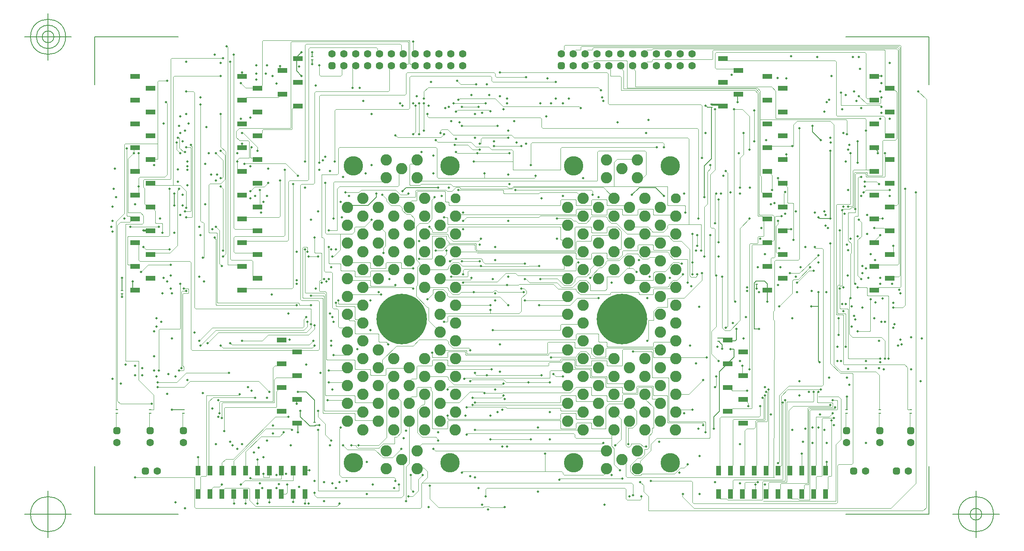
<source format=gbr>
G04 Generated by Ultiboard 14.2 *
%FSLAX24Y24*%
%MOIN*%

%ADD10C,0.0001*%
%ADD11C,0.0039*%
%ADD12C,0.0050*%
%ADD13C,0.0150*%
%ADD14R,0.0787X0.0394*%
%ADD15R,0.0197X0.0098*%
%ADD16R,0.0394X0.0787*%
%ADD17C,0.1630*%
%ADD18C,0.4252*%
%ADD19C,0.0953*%
%ADD20C,0.0833*%
%ADD21C,0.0633*%
%ADD22R,0.0208X0.0208*%
%ADD23C,0.0392*%
%ADD24C,0.0197*%


G04 ColorRGB 00FF00 for the following layer *
%LNCopper Top*%
%LPD*%
G54D10*
G54D11*
X8800Y14100D02*
X10100Y15400D01*
X17500Y15400D01*
X8700Y14500D02*
X9800Y15600D01*
X17900Y15000D02*
X18400Y15500D01*
X18400Y15800D01*
X17500Y15400D02*
X17800Y15700D01*
X17800Y16100D01*
X24464Y10864D02*
X25100Y11500D01*
X21500Y5700D02*
X21882Y5700D01*
X21882Y5610D01*
X22010Y5482D01*
X23814Y5482D01*
X23814Y5497D01*
X24163Y5846D01*
X25114Y5846D01*
X25114Y6404D01*
X25307Y6404D01*
X25656Y6753D01*
X25656Y9444D01*
X25100Y10000D01*
X18700Y21600D02*
X17900Y21600D01*
X56150Y1000D02*
X62243Y1000D01*
X62243Y5765D01*
X62335Y5857D01*
X60812Y9800D02*
X60800Y9812D01*
X62500Y9800D02*
X62700Y9600D01*
X60812Y9800D02*
X62500Y9800D01*
X64837Y34463D02*
X64200Y35100D01*
X65935Y34463D02*
X64837Y34463D01*
X66006Y34533D02*
X65935Y34463D01*
X66006Y34906D02*
X66006Y34533D01*
X66100Y35000D02*
X66006Y34906D01*
X66100Y34200D02*
X65977Y34323D01*
X62700Y34335D02*
X62712Y34323D01*
X65977Y34323D02*
X62712Y34323D01*
X62700Y34335D02*
X62700Y35400D01*
X38500Y11700D02*
X38700Y11500D01*
X39300Y11500D01*
X44200Y6200D02*
X44200Y7900D01*
X43600Y8500D02*
X44200Y7900D01*
X43700Y5700D02*
X44200Y6200D01*
X62357Y5857D02*
X62700Y6200D01*
X62335Y5857D02*
X62357Y5857D01*
X62700Y6200D02*
X62700Y9600D01*
X49300Y21000D02*
X49143Y21000D01*
X49047Y21096D01*
X48553Y21096D01*
X48204Y20747D01*
X48204Y20658D01*
X17600Y1600D02*
X17600Y800D01*
X16580Y920D02*
X16600Y939D01*
X16600Y1800D01*
X15600Y2871D02*
X15600Y3592D01*
X14600Y3000D02*
X14600Y3592D01*
X13600Y4500D02*
X13600Y3584D01*
X11354Y2113D02*
X12846Y2113D01*
X12917Y2043D01*
X12917Y1081D01*
X10600Y2400D02*
X10400Y2200D01*
X9900Y2200D01*
X9600Y1900D01*
X9600Y1600D01*
X8600Y3600D02*
X8600Y4700D01*
X12600Y1700D02*
X12600Y800D01*
X29540Y20500D02*
X29664Y20624D01*
X27660Y20500D02*
X29540Y20500D01*
X29664Y20624D02*
X29664Y20747D01*
X30013Y21096D01*
X30507Y21096D01*
X30803Y20800D01*
X32400Y20800D01*
X29664Y18876D02*
X29664Y18753D01*
X30013Y18404D01*
X30507Y18404D01*
X30703Y18600D01*
X13428Y570D02*
X20270Y570D01*
X12917Y1081D02*
X13428Y570D01*
X20270Y570D02*
X20500Y800D01*
X32300Y21200D02*
X30800Y21200D01*
X11600Y811D02*
X11600Y1600D01*
X29300Y12100D02*
X29204Y12004D01*
X29000Y12207D01*
X29000Y12300D01*
X22117Y27000D02*
X21000Y27000D01*
X29664Y23376D02*
X29540Y23500D01*
X30804Y22904D02*
X30013Y22904D01*
X29664Y23253D01*
X29664Y23376D01*
X29540Y23500D02*
X27700Y23500D01*
X52400Y22800D02*
X52400Y26400D01*
X48896Y19596D02*
X49400Y20100D01*
X48553Y19596D02*
X48896Y19596D01*
X48204Y19247D02*
X48553Y19596D01*
X48204Y19143D02*
X48204Y19247D01*
X48100Y19039D02*
X48204Y19143D01*
X46892Y19039D02*
X48100Y19039D01*
X46853Y19000D02*
X46892Y19039D01*
X46200Y19000D02*
X46853Y19000D01*
X2900Y24100D02*
X5300Y24100D01*
X46300Y5600D02*
X46043Y5600D01*
X45797Y5846D01*
X45018Y5846D01*
X45018Y5710D01*
X44890Y5582D01*
X44710Y5582D01*
X44582Y5710D01*
X44582Y7482D01*
X44900Y7800D01*
X69200Y35500D02*
X69880Y34820D01*
X69880Y480D01*
X69600Y200D01*
X46500Y200D02*
X69600Y200D01*
X46500Y1400D02*
X46500Y200D01*
X46082Y2318D02*
X45800Y2600D01*
X44100Y3600D02*
X43600Y4100D01*
X43600Y5400D01*
X43546Y5454D01*
X43546Y5497D01*
X43400Y5643D01*
X43400Y6800D01*
X43600Y7000D02*
X43400Y6800D01*
X50600Y22500D02*
X50600Y23400D01*
X54182Y23982D02*
X55000Y24800D01*
X64600Y27000D02*
X64800Y27200D01*
X66800Y27200D01*
X69000Y27000D02*
X69000Y2500D01*
X66900Y400D01*
X50330Y400D01*
X46500Y1400D02*
X46100Y1800D01*
X46100Y2300D01*
X49361Y1370D02*
X49361Y1561D01*
X49400Y1600D01*
X50330Y400D02*
X49361Y1370D01*
X29071Y19639D02*
X28960Y19750D01*
X29071Y19639D02*
X31520Y19639D01*
X31600Y19800D01*
X29556Y18497D02*
X29207Y18846D01*
X29556Y18344D02*
X29556Y18497D01*
X40296Y19503D02*
X39947Y19154D01*
X40296Y19703D02*
X40296Y19503D01*
X40497Y19904D02*
X40296Y19703D01*
X41247Y19904D02*
X40497Y19904D01*
X41596Y20253D02*
X41247Y19904D01*
X41596Y20546D02*
X41596Y20253D01*
X42300Y21250D02*
X41596Y20546D01*
X29540Y19000D02*
X29664Y18876D01*
X27660Y19000D02*
X29540Y19000D01*
X29207Y18846D02*
X28413Y18846D01*
X28364Y18797D01*
X55000Y30600D02*
X55000Y33400D01*
X54400Y34000D01*
X53700Y34000D01*
X20000Y21600D02*
X20564Y22164D01*
X20000Y21600D02*
X19900Y21600D01*
X26082Y1018D02*
X26100Y1000D01*
X26082Y1779D02*
X26082Y1018D01*
X49800Y19400D02*
X49800Y21320D01*
X63500Y18100D02*
X63400Y18100D01*
X26360Y7750D02*
X26360Y4168D01*
X26082Y3890D01*
X50418Y19849D02*
X50385Y19882D01*
X50442Y19839D02*
X50418Y19849D01*
X50385Y19882D02*
X50059Y19882D01*
X49939Y20002D01*
X49939Y22210D01*
X49246Y22904D01*
X48553Y22904D01*
X48204Y23253D01*
X48204Y23300D01*
X48157Y23346D01*
X46354Y23346D01*
X46200Y23500D01*
X39947Y19154D02*
X39393Y19154D01*
X38808Y19739D02*
X37439Y19739D01*
X39393Y19154D02*
X38808Y19739D01*
X37439Y19739D02*
X37400Y19700D01*
X41247Y19596D02*
X40696Y19596D01*
X40100Y19000D01*
X32518Y21314D02*
X32414Y21418D01*
X32518Y21209D02*
X32518Y21314D01*
X32414Y21418D02*
X30710Y21418D01*
X30695Y21404D01*
X30004Y21404D01*
X29800Y21200D01*
X46200Y23500D02*
X44700Y23500D01*
X41700Y24961D02*
X41596Y24857D01*
X43004Y24857D02*
X42900Y24961D01*
X44700Y23500D02*
X43796Y24404D01*
X43353Y24404D01*
X43004Y24753D01*
X43004Y24857D01*
X42900Y24961D02*
X41700Y24961D01*
X41596Y24857D02*
X41596Y24753D01*
X41247Y24404D01*
X40596Y24404D01*
X40400Y24600D01*
X40193Y24600D01*
X39947Y24846D01*
X38846Y24846D01*
X38800Y24800D01*
X17700Y16500D02*
X17500Y16300D01*
X32400Y23100D02*
X32200Y22900D01*
X30702Y22900D01*
X29300Y12100D02*
X33300Y12100D01*
X64400Y28300D02*
X64200Y28300D01*
X64118Y28218D02*
X64200Y28300D01*
X41596Y19247D02*
X41247Y19596D01*
X41596Y18753D02*
X41596Y19247D01*
X42839Y18739D02*
X41592Y18739D01*
X42839Y18739D02*
X43000Y18900D01*
X43000Y19900D01*
X44000Y19900D01*
X44700Y20600D01*
X44900Y20600D02*
X44900Y21300D01*
X45500Y20300D02*
X45200Y20600D01*
X44700Y20600D02*
X45200Y20600D01*
X39900Y17500D02*
X37300Y17500D01*
X37300Y20800D02*
X36408Y20800D01*
X36390Y20782D01*
X32418Y20782D01*
X32400Y20800D01*
X47892Y20346D02*
X48204Y20658D01*
X47892Y20346D02*
X47046Y20346D01*
X46900Y20200D01*
X11300Y14300D02*
X11437Y14163D01*
X17963Y14163D01*
X18300Y14500D01*
X52100Y10600D02*
X52200Y10700D01*
X52200Y11500D01*
X12400Y32000D02*
X12300Y32000D01*
X36100Y21000D02*
X32727Y21000D01*
X32518Y21209D01*
X36200Y19700D02*
X36100Y19700D01*
X49738Y21382D02*
X49800Y21320D01*
X30800Y32600D02*
X33800Y32600D01*
X64100Y20000D02*
X64100Y22992D01*
X64250Y24650D02*
X64200Y24700D01*
X64400Y19700D02*
X64100Y20000D01*
X46593Y21550D02*
X47200Y21550D01*
X47500Y21250D02*
X47200Y21550D01*
X46593Y21550D02*
X46447Y21404D01*
X45604Y21800D02*
X45557Y21846D01*
X44653Y21846D01*
X44417Y21611D01*
X44358Y21611D01*
X44008Y21261D01*
X43025Y21261D01*
X42896Y21132D01*
X42896Y21003D01*
X42547Y20654D01*
X51182Y21600D02*
X51182Y21582D01*
X46146Y5382D02*
X46390Y5382D01*
X46518Y5510D01*
X46518Y6475D01*
X46796Y6753D01*
X46796Y7154D01*
X46904Y7154D01*
X46904Y8896D01*
X46200Y9600D01*
X46200Y10000D01*
X28800Y6204D02*
X28800Y6100D01*
X27536Y9096D02*
X27413Y9096D01*
X27660Y9220D02*
X27536Y9096D01*
X27660Y10000D02*
X27660Y9220D01*
X49738Y21382D02*
X48575Y21382D01*
X48080Y22000D02*
X46150Y22000D01*
X48575Y21382D02*
X48204Y21753D01*
X48204Y21876D01*
X48080Y22000D01*
X45953Y21404D02*
X45604Y21753D01*
X46447Y21404D02*
X45953Y21404D01*
X45604Y21753D02*
X45604Y21800D01*
X10400Y21000D02*
X10400Y23800D01*
X10100Y24100D02*
X10400Y23800D01*
X10600Y20800D02*
X10400Y21000D01*
X52700Y15592D02*
X52910Y15382D01*
X52700Y15592D02*
X52700Y19900D01*
X50600Y20100D02*
X50600Y19997D01*
X50442Y19839D01*
X17400Y15600D02*
X17500Y15700D01*
X9800Y15600D02*
X17400Y15600D01*
X17500Y15700D02*
X17500Y16300D01*
X14600Y1600D02*
X14600Y1800D01*
X14600Y900D02*
X14600Y1600D01*
X11354Y2113D02*
X11340Y2100D01*
X10850Y2100D01*
X10600Y1850D01*
X10600Y1600D01*
X27900Y18000D02*
X28364Y18464D01*
X28364Y18797D02*
X28364Y18464D01*
X21803Y24096D02*
X21756Y24050D01*
X23200Y24700D02*
X22596Y24096D01*
X21803Y24096D01*
X20564Y22164D02*
X20564Y23500D01*
X20564Y23497D01*
X21756Y23703D02*
X21553Y23500D01*
X21756Y24050D02*
X21756Y23703D01*
X19400Y23500D02*
X21553Y23500D01*
X30418Y33918D02*
X33082Y33918D01*
X33182Y33818D01*
X30300Y33800D02*
X30418Y33918D01*
X29000Y21300D02*
X29500Y21800D01*
X29500Y22100D01*
X41704Y19997D02*
X41704Y19904D01*
X41600Y19800D01*
X42360Y20654D02*
X41704Y19997D01*
X42360Y20654D02*
X42547Y20654D01*
X46888Y19600D02*
X46900Y19612D01*
X45050Y19600D02*
X44900Y19750D01*
X46900Y19612D02*
X46900Y20200D01*
X46888Y19600D02*
X45050Y19600D01*
X14000Y14500D02*
X14500Y15000D01*
X17900Y15000D01*
X14000Y14500D02*
X12300Y14500D01*
X20500Y27500D02*
X20300Y27300D01*
X20300Y23800D01*
X64418Y23310D02*
X64418Y24482D01*
X64100Y22992D02*
X64418Y23310D01*
X64418Y24482D02*
X64218Y24682D01*
X4000Y22400D02*
X4200Y22200D01*
X6200Y22200D01*
X13097Y30797D02*
X13000Y30700D01*
X12400Y32000D02*
X13600Y30800D01*
X13600Y30500D02*
X13600Y30800D01*
X34196Y10804D02*
X34296Y10904D01*
X30113Y10804D02*
X34196Y10804D01*
X29664Y11253D02*
X30113Y10804D01*
X29664Y11376D02*
X29664Y11253D01*
X29540Y11500D02*
X29664Y11376D01*
X27660Y11500D02*
X29540Y11500D01*
X51000Y19600D02*
X51000Y20200D01*
X51000Y19600D02*
X49496Y18096D01*
X48305Y18096D01*
X48290Y18082D01*
X48096Y18082D01*
X48096Y17346D01*
X47253Y17346D01*
X46904Y16997D01*
X46904Y16239D01*
X46496Y16239D01*
X46500Y16239D02*
X46500Y14600D01*
X46400Y14500D01*
X39900Y17500D02*
X40500Y18100D01*
X42300Y18100D01*
X6000Y28500D02*
X5800Y28300D01*
X6000Y34500D02*
X6000Y28500D01*
X3292Y20900D02*
X3292Y20779D01*
X2700Y20900D02*
X3292Y20900D01*
X2639Y20961D02*
X2700Y20900D01*
X2639Y23239D02*
X2639Y20961D01*
X2700Y23300D02*
X2639Y23239D01*
X6100Y23300D02*
X2700Y23300D01*
X6200Y23400D02*
X6100Y23300D01*
X6200Y27300D02*
X6200Y23400D01*
X20860Y37660D02*
X20700Y37500D01*
X20700Y36900D01*
X20600Y36800D01*
X18900Y36800D01*
X18800Y36900D01*
X18800Y37700D01*
X4900Y27779D02*
X4591Y27779D01*
X4900Y27600D02*
X4900Y27779D01*
X10500Y36800D02*
X6600Y36800D01*
X6500Y36700D01*
X6500Y27600D01*
X21860Y37660D02*
X21700Y37500D01*
X21600Y37500D01*
X21600Y35800D01*
X3479Y26779D02*
X3292Y26779D01*
X3600Y26900D02*
X3479Y26779D01*
X3600Y28200D02*
X3600Y26900D01*
X3700Y28300D02*
X3600Y28200D01*
X5800Y28300D02*
X3700Y28300D01*
X65900Y6940D02*
X65940Y6940D01*
X65900Y8392D02*
X65900Y6940D01*
X65940Y8392D02*
X65900Y8392D01*
X45800Y4000D02*
X45550Y3750D01*
X51600Y6300D02*
X47200Y6300D01*
X13591Y21900D02*
X13591Y21779D01*
X11700Y21900D02*
X13591Y21900D01*
X11600Y22000D02*
X11700Y21900D01*
X11600Y23200D02*
X11600Y22000D01*
X11700Y23300D02*
X11600Y23200D01*
X15800Y23300D02*
X11700Y23300D01*
X15900Y23400D02*
X15800Y23300D01*
X15900Y28900D02*
X15900Y23400D01*
X13591Y23900D02*
X13591Y23779D01*
X11700Y23900D02*
X13591Y23900D01*
X11600Y24000D02*
X11700Y23900D01*
X11600Y38600D02*
X11600Y24000D01*
X53821Y37279D02*
X54046Y37279D01*
X53700Y37400D02*
X53821Y37279D01*
X52200Y37400D02*
X53700Y37400D01*
X52100Y37500D02*
X52200Y37400D01*
X52100Y38700D02*
X52100Y37500D01*
X52200Y38800D02*
X52100Y38700D01*
X64700Y38800D02*
X52200Y38800D01*
X64800Y38700D02*
X64700Y38800D01*
X64800Y35000D02*
X64800Y38700D01*
X64900Y34900D02*
X64800Y35000D01*
X65492Y34900D02*
X64900Y34900D01*
X65492Y34779D02*
X65492Y34900D01*
X8283Y3000D02*
X3300Y3000D01*
X8283Y500D02*
X8283Y3000D01*
X8300Y500D02*
X8283Y500D01*
X8400Y400D02*
X8300Y500D01*
X27300Y400D02*
X8400Y400D01*
X27400Y500D02*
X27300Y400D01*
X27400Y2500D02*
X27400Y500D01*
X58700Y30900D02*
X58600Y30900D01*
X58700Y32700D02*
X58700Y30900D01*
X65940Y8688D02*
X65928Y8700D01*
X12292Y20900D02*
X12292Y20779D01*
X11100Y20900D02*
X12292Y20900D01*
X56679Y30779D02*
X56492Y30779D01*
X56800Y30900D02*
X56679Y30779D01*
X58600Y30900D02*
X56800Y30900D01*
X52927Y38100D02*
X52747Y38279D01*
X62200Y38100D02*
X52927Y38100D01*
X62300Y38000D02*
X62200Y38100D01*
X62300Y33500D02*
X62300Y38000D01*
X66400Y31900D02*
X66400Y33300D01*
X66791Y31900D02*
X66400Y31900D01*
X66791Y31779D02*
X66791Y31900D01*
X44550Y4200D02*
X44250Y4500D01*
X44600Y4200D02*
X44550Y4200D01*
X44600Y3100D02*
X44600Y4200D01*
X44700Y3000D02*
X44600Y3100D01*
X57200Y21300D02*
X57100Y21200D01*
X59100Y21300D02*
X57200Y21300D01*
X59200Y21400D02*
X59100Y21300D01*
X59200Y32400D02*
X59200Y21400D01*
X13591Y19900D02*
X13591Y19779D01*
X13200Y19900D02*
X13591Y19900D01*
X13200Y21200D02*
X13200Y19900D01*
X13100Y21300D02*
X13200Y21200D01*
X11400Y21300D02*
X13100Y21300D01*
X11300Y21400D02*
X11400Y21300D01*
X11300Y38000D02*
X11300Y21400D01*
X17079Y13579D02*
X16906Y13579D01*
X17200Y13700D02*
X17079Y13579D01*
X18700Y13700D02*
X17200Y13700D01*
X18800Y13800D02*
X18700Y13700D01*
X18800Y17800D02*
X18800Y13800D01*
X18700Y17900D02*
X18800Y17800D01*
X17300Y17900D02*
X18700Y17900D01*
X17200Y18000D02*
X17300Y17900D01*
X17200Y27600D02*
X17200Y18000D01*
X17300Y27700D02*
X17200Y27600D01*
X18300Y27700D02*
X17300Y27700D01*
X18400Y27800D02*
X18300Y27700D01*
X18400Y35400D02*
X18400Y27800D01*
X18500Y35500D02*
X18400Y35400D01*
X24600Y35500D02*
X18500Y35500D01*
X24700Y35600D02*
X24600Y35500D01*
X24700Y37500D02*
X24700Y35600D01*
X24860Y37660D02*
X24700Y37500D01*
X32200Y34200D02*
X30800Y34200D01*
X39000Y2900D02*
X39000Y2800D01*
X44300Y2900D02*
X39000Y2900D01*
X3600Y22779D02*
X3292Y22779D01*
X3600Y21300D02*
X3600Y22779D01*
X3700Y21200D02*
X3600Y21300D01*
X7900Y21200D02*
X3700Y21200D01*
X8000Y21100D02*
X7900Y21200D01*
X8000Y13800D02*
X8000Y21100D01*
X8100Y13700D02*
X8000Y13800D01*
X16600Y13700D02*
X8100Y13700D01*
X16721Y13579D02*
X16600Y13700D01*
X16906Y13579D02*
X16721Y13579D01*
X31200Y6700D02*
X31200Y6600D01*
X40200Y6700D02*
X31200Y6700D01*
X40300Y6600D02*
X40200Y6700D01*
X40300Y6400D02*
X40300Y6600D01*
X40400Y6300D02*
X40300Y6400D01*
X43400Y6300D02*
X40400Y6300D01*
X18800Y35100D02*
X18800Y29500D01*
X18900Y35200D02*
X18800Y35100D01*
X26000Y35200D02*
X18900Y35200D01*
X26100Y35300D02*
X26000Y35200D01*
X26100Y37000D02*
X26100Y35300D01*
X26200Y37100D02*
X26100Y37000D01*
X33500Y37100D02*
X26200Y37100D01*
X33600Y37000D02*
X33500Y37100D01*
X33600Y36800D02*
X33600Y37000D01*
X33700Y36700D02*
X33600Y36800D01*
X36200Y36700D02*
X33700Y36700D01*
X1700Y6940D02*
X1740Y6940D01*
X1700Y8392D02*
X1700Y6940D01*
X1740Y8392D02*
X1700Y8392D01*
X45200Y1500D02*
X45200Y2400D01*
X68500Y6940D02*
X68540Y6940D01*
X68500Y8392D02*
X68500Y6940D01*
X68540Y8392D02*
X68500Y8392D01*
X20300Y23800D02*
X19600Y23800D01*
X25400Y27500D02*
X20500Y27500D01*
X25500Y27600D02*
X25400Y27500D01*
X25500Y28790D02*
X25500Y27600D01*
X25710Y29000D02*
X25500Y28790D01*
X25100Y3000D02*
X20700Y3000D01*
X25200Y2900D02*
X25100Y3000D01*
X25200Y2700D02*
X25200Y2900D01*
X66300Y24000D02*
X65500Y24000D01*
X66400Y23900D02*
X66300Y24000D01*
X66791Y23900D02*
X66400Y23900D01*
X66791Y23779D02*
X66791Y23900D01*
X37800Y5000D02*
X37800Y3500D01*
X30800Y3500D02*
X30800Y3400D01*
X39200Y3500D02*
X30800Y3500D01*
X39300Y3400D02*
X39200Y3500D01*
X39300Y3300D02*
X39300Y3400D01*
X39400Y3200D02*
X39300Y3300D01*
X42700Y3200D02*
X39400Y3200D01*
X42950Y3450D02*
X42700Y3200D01*
X42950Y3750D02*
X42950Y3450D01*
X53700Y17800D02*
X53800Y17800D01*
X53700Y34000D02*
X53700Y17800D01*
X49000Y8500D02*
X48800Y8500D01*
X49200Y8700D02*
X49000Y8500D01*
X50200Y8700D02*
X49200Y8700D01*
X19300Y23600D02*
X19300Y27800D01*
X19400Y23500D02*
X19300Y23600D01*
X4500Y6940D02*
X4540Y6940D01*
X4500Y8392D02*
X4500Y6940D01*
X4540Y8392D02*
X4500Y8392D01*
X13800Y25779D02*
X13591Y25779D01*
X13800Y27200D02*
X13800Y25779D01*
X26700Y38820D02*
X26700Y39700D01*
X26860Y38660D02*
X26700Y38820D01*
X12479Y18779D02*
X12292Y18779D01*
X12600Y18900D02*
X12479Y18779D01*
X16500Y18900D02*
X12600Y18900D01*
X16600Y19000D02*
X16500Y18900D01*
X16600Y27700D02*
X16600Y19000D01*
X12479Y22779D02*
X12292Y22779D01*
X12600Y22900D02*
X12479Y22779D01*
X16100Y22900D02*
X12600Y22900D01*
X16200Y23000D02*
X16100Y22900D01*
X16200Y27900D02*
X16200Y23000D01*
X16300Y28000D02*
X16200Y27900D01*
X17800Y28000D02*
X16300Y28000D01*
X17900Y28100D02*
X17800Y28000D01*
X17900Y39100D02*
X17900Y28100D01*
X18000Y39200D02*
X17900Y39100D01*
X23600Y39200D02*
X18000Y39200D01*
X23700Y39100D02*
X23600Y39200D01*
X23700Y38820D02*
X23700Y39100D01*
X23860Y38660D02*
X23700Y38820D01*
X4779Y21779D02*
X4591Y21779D01*
X4900Y21900D02*
X4779Y21779D01*
X35000Y30600D02*
X33300Y30600D01*
X39100Y30700D02*
X39100Y28900D01*
X39200Y30800D02*
X39100Y30700D01*
X47200Y30800D02*
X39200Y30800D01*
X27300Y27960D02*
X27010Y28250D01*
X42200Y30400D02*
X42200Y28000D01*
X42300Y30500D02*
X42200Y30400D01*
X46200Y30500D02*
X42300Y30500D01*
X46300Y30400D02*
X46200Y30500D01*
X46300Y28500D02*
X46300Y30400D01*
X27600Y34900D02*
X27600Y35500D01*
X50200Y21100D02*
X50200Y23500D01*
X18400Y1500D02*
X18400Y1700D01*
X25900Y4100D02*
X25900Y1500D01*
X25710Y4290D02*
X25900Y4100D01*
X25710Y4500D02*
X25710Y4290D01*
X27900Y33400D02*
X27900Y33600D01*
X28000Y33300D02*
X27900Y33400D01*
X37400Y33300D02*
X28000Y33300D01*
X37500Y33200D02*
X37400Y33300D01*
X37500Y32500D02*
X37500Y33200D01*
X37600Y32400D02*
X37500Y32500D01*
X50600Y32400D02*
X37600Y32400D01*
X50700Y32300D02*
X50600Y32400D01*
X50700Y24800D02*
X50700Y32300D01*
X12479Y24779D02*
X12292Y24779D01*
X12600Y24900D02*
X12479Y24779D01*
X15400Y24900D02*
X12600Y24900D01*
X15500Y25000D02*
X15400Y24900D01*
X15500Y28000D02*
X15500Y25000D01*
X17600Y39400D02*
X17600Y29600D01*
X17700Y39500D02*
X17600Y39400D01*
X25600Y39500D02*
X17700Y39500D01*
X25700Y39400D02*
X25600Y39500D01*
X25700Y38820D02*
X25700Y39400D01*
X25860Y38660D02*
X25700Y38820D01*
X32800Y2000D02*
X32800Y1400D01*
X32900Y2100D02*
X32800Y2000D01*
X44500Y2100D02*
X32900Y2100D01*
X44600Y2000D02*
X44500Y2100D01*
X44600Y1200D02*
X44600Y2000D01*
X44700Y1100D02*
X44600Y1200D01*
X45800Y1100D02*
X44700Y1100D01*
X45900Y1200D02*
X45800Y1100D01*
X45900Y1400D02*
X45900Y1200D01*
X6229Y21900D02*
X4900Y21900D01*
X27900Y3000D02*
X27900Y3488D01*
X27588Y3800D02*
X27060Y3800D01*
X27010Y3750D01*
X27900Y3488D02*
X27588Y3800D01*
X34700Y31600D02*
X32500Y31600D01*
X32400Y31500D01*
X32400Y31100D01*
X32300Y31100D01*
X52600Y8100D02*
X52500Y8000D01*
X52500Y3900D01*
X55800Y8100D02*
X52600Y8100D01*
X52500Y3900D02*
X52400Y3800D01*
X55900Y8200D02*
X55800Y8100D01*
X52400Y3800D02*
X52400Y3584D01*
X55900Y9000D02*
X55900Y8200D01*
X61100Y22300D02*
X60500Y22300D01*
X60500Y22400D01*
X61200Y22200D02*
X61100Y22300D01*
X61200Y10800D02*
X61200Y22200D01*
X61100Y10700D02*
X61200Y10800D01*
X58300Y10700D02*
X61100Y10700D01*
X57500Y9900D02*
X58300Y10700D01*
X57500Y4300D02*
X57500Y9900D01*
X57500Y4300D02*
X57400Y4200D01*
X36500Y19400D02*
X36200Y19700D01*
X39200Y19000D02*
X39000Y19200D01*
X40100Y19000D02*
X39200Y19000D01*
X39000Y19200D02*
X38800Y19400D01*
X36500Y19400D01*
X49500Y3798D02*
X49800Y4098D01*
X49500Y3798D02*
X49179Y3798D01*
X49800Y4098D02*
X49800Y4100D01*
X49179Y3798D02*
X48697Y3315D01*
X45959Y3315D01*
X45797Y3154D01*
X45303Y3154D01*
X44954Y3503D01*
X44954Y3997D01*
X31061Y11361D02*
X38200Y11361D01*
X31061Y11361D02*
X31000Y11300D01*
X28300Y23850D02*
X28050Y24100D01*
X28600Y22100D02*
X29179Y22100D01*
X51000Y34300D02*
X51000Y29900D01*
X50900Y34400D02*
X51000Y34300D01*
X43200Y34400D02*
X50900Y34400D01*
X43100Y34500D02*
X43200Y34400D01*
X43100Y37000D02*
X43100Y34500D01*
X43000Y37100D02*
X43100Y37000D01*
X34000Y37100D02*
X43000Y37100D01*
X51100Y11200D02*
X49900Y10000D01*
X48800Y10000D01*
X53150Y28650D02*
X53150Y15750D01*
X53150Y28650D02*
X53000Y28800D01*
X53150Y15750D02*
X53000Y15600D01*
X12200Y36200D02*
X12600Y35800D01*
X13594Y35800D01*
X47500Y9250D02*
X47150Y9600D01*
X46800Y9600D01*
X29005Y9300D02*
X28905Y9200D01*
X54400Y12400D02*
X54400Y11629D01*
X54450Y11579D01*
X45496Y8604D02*
X44900Y9200D01*
X45496Y7503D02*
X45496Y8604D01*
X45147Y7154D02*
X45496Y7503D01*
X44800Y7154D02*
X45147Y7154D01*
X44800Y5800D02*
X44800Y7154D01*
X6000Y34500D02*
X5900Y34600D01*
X31900Y11700D02*
X32000Y11600D01*
X31900Y11800D02*
X31900Y11700D01*
X47800Y31100D02*
X47800Y30800D01*
X47700Y31200D02*
X47800Y31100D01*
X36700Y31200D02*
X47700Y31200D01*
X36600Y31100D02*
X36700Y31200D01*
X36600Y29300D02*
X36600Y31100D01*
X32000Y11600D02*
X37500Y11600D01*
X30600Y34900D02*
X30500Y34800D01*
X33050Y30850D02*
X31950Y30850D01*
X33300Y30600D02*
X33050Y30850D01*
X32300Y30600D02*
X31700Y30600D01*
X28750Y31250D02*
X31550Y31250D01*
X31950Y30850D01*
X28600Y31400D02*
X28750Y31250D01*
X31300Y31000D02*
X30230Y31000D01*
X31700Y30600D02*
X31300Y31000D01*
X11200Y11800D02*
X7600Y11800D01*
X6800Y11000D01*
X5200Y11000D01*
X15950Y29450D02*
X12550Y29450D01*
X17000Y28400D02*
X15950Y29450D01*
X12550Y29450D02*
X12500Y29400D01*
X34800Y30300D02*
X30400Y30300D01*
X30300Y30400D01*
X33392Y18600D02*
X33510Y18718D01*
X33690Y18718D01*
X33200Y17500D02*
X30260Y17500D01*
X11068Y20932D02*
X11100Y20900D01*
X11068Y39232D02*
X11068Y20932D01*
X11068Y39232D02*
X11000Y39300D01*
X10700Y28300D02*
X10600Y28200D01*
X10500Y28200D01*
X10500Y27500D02*
X10700Y27300D01*
X20500Y3200D02*
X20500Y7100D01*
X20600Y7200D01*
X20700Y3000D02*
X20500Y3200D01*
X28500Y26600D02*
X28256Y26356D01*
X28256Y24753D01*
X27907Y24404D01*
X27232Y24404D01*
X26956Y24128D01*
X26956Y21325D01*
X27185Y21096D01*
X27252Y20935D01*
X27064Y20747D01*
X27064Y19207D01*
X26956Y19100D01*
X26956Y18254D01*
X27864Y17346D01*
X27932Y17346D01*
X28000Y17279D01*
X28000Y16205D01*
X29000Y15205D01*
X42160Y27960D02*
X27300Y27960D01*
X42200Y28000D02*
X42160Y27960D01*
X30537Y9300D02*
X29005Y9300D01*
X31700Y9700D02*
X34100Y9700D01*
X34300Y9900D01*
X33153Y455D02*
X33090Y518D01*
X32627Y518D01*
X32590Y482D01*
X28818Y482D01*
X28100Y1200D01*
X19300Y6600D02*
X19800Y6100D01*
X19300Y7488D02*
X18700Y8088D01*
X18700Y8600D02*
X18700Y8088D01*
X19300Y7488D02*
X19300Y6600D01*
X23800Y5700D02*
X24464Y6364D01*
X23800Y5700D02*
X22100Y5700D01*
X24464Y6364D02*
X24464Y10864D01*
X28100Y2300D02*
X28100Y1200D01*
X26082Y3890D02*
X26082Y1779D01*
X25488Y1862D02*
X25500Y1873D01*
X18712Y1862D02*
X18700Y1873D01*
X25500Y2400D02*
X25500Y1873D01*
X25488Y1862D02*
X18712Y1862D01*
X18700Y1873D02*
X18700Y7000D01*
X40650Y34250D02*
X40800Y34100D01*
X34250Y34250D02*
X33600Y34900D01*
X40650Y34250D02*
X34250Y34250D01*
X33600Y34900D02*
X30600Y34900D01*
X30900Y24600D02*
X31200Y24900D01*
X37400Y25050D02*
X37250Y24900D01*
X31200Y24900D02*
X37250Y24900D01*
X34355Y455D02*
X34400Y500D01*
X34355Y455D02*
X33153Y455D01*
X42950Y5250D02*
X28550Y5250D01*
X28400Y5400D01*
X44954Y3997D02*
X45584Y4627D01*
X45835Y4627D02*
X46146Y4939D01*
X46146Y5382D01*
X45584Y4627D02*
X45835Y4627D01*
X45800Y4371D02*
X45800Y4000D01*
X46700Y5800D02*
X46700Y5271D01*
X45800Y4371D01*
X47200Y6300D02*
X46700Y5800D01*
X43600Y27500D02*
X43600Y29550D01*
X29700Y18200D02*
X29556Y18344D01*
X29950Y27100D02*
X30271Y27421D01*
X30579Y27421D01*
X30700Y27300D01*
X42682Y27418D02*
X43600Y26500D01*
X42679Y27421D02*
X42682Y27418D01*
X30050Y27500D02*
X34592Y27500D01*
X36200Y27500D02*
X48088Y27500D01*
X45050Y2550D02*
X27450Y2550D01*
X45200Y2400D02*
X45050Y2550D01*
X27400Y2500D02*
X27900Y3000D01*
X25700Y1300D02*
X18600Y1300D01*
X25900Y1500D02*
X25700Y1300D01*
X18600Y1300D02*
X18400Y1500D01*
X38350Y13150D02*
X40392Y13150D01*
X38350Y13150D02*
X38300Y13100D01*
X40392Y13150D02*
X40404Y13162D01*
X40404Y13247D01*
X40753Y13596D01*
X41247Y13596D01*
X41596Y13247D01*
X41596Y13062D01*
X41658Y13000D02*
X41596Y13062D01*
X41658Y13000D02*
X43600Y13000D01*
X30537Y9300D02*
X31437Y10200D01*
X32600Y10200D01*
X32700Y10100D02*
X32600Y10200D01*
X32700Y10100D02*
X34192Y10100D01*
X34210Y10118D01*
X40400Y10600D02*
X41650Y10600D01*
X39918Y10118D02*
X40400Y10600D01*
X34210Y10118D02*
X39918Y10118D01*
X31218Y8918D02*
X31200Y8900D01*
X34558Y8850D02*
X34490Y8918D01*
X39100Y8850D02*
X34558Y8850D01*
X34490Y8918D02*
X31218Y8918D01*
X10700Y22100D02*
X10700Y27300D01*
X14100Y3012D02*
X14100Y3300D01*
X14112Y3000D02*
X14600Y3000D01*
X14100Y3012D02*
X14112Y3000D01*
X13090Y2860D02*
X15589Y2860D01*
X13000Y2950D02*
X13090Y2860D01*
X15589Y2860D02*
X15600Y2871D01*
X16588Y2721D02*
X16600Y2732D01*
X16600Y3592D01*
X12521Y2721D02*
X12200Y2400D01*
X12521Y2721D02*
X16588Y2721D01*
X6850Y27150D02*
X6850Y22521D01*
X6850Y27150D02*
X7000Y27300D01*
X6850Y22521D02*
X6229Y21900D01*
X8800Y24600D02*
X8800Y34400D01*
X8900Y24500D02*
X8800Y24600D01*
X9000Y24500D02*
X8900Y24500D01*
X9100Y24400D02*
X9000Y24500D01*
X9100Y21500D02*
X9100Y24400D01*
X9000Y21500D02*
X9100Y21500D01*
X46700Y2700D02*
X50100Y2700D01*
X50200Y2600D01*
X50200Y900D01*
X50300Y800D01*
X62300Y800D01*
X62400Y900D01*
X62400Y4000D01*
X62500Y4100D01*
X63600Y4100D01*
X63700Y4200D01*
X63700Y11700D01*
X26700Y1800D02*
X26500Y2000D01*
X26500Y3200D01*
X60623Y8100D02*
X61700Y8100D01*
X60612Y8100D02*
X60600Y8088D01*
X62000Y8400D02*
X61700Y8100D01*
X66250Y33450D02*
X62350Y33450D01*
X62300Y33500D01*
X66400Y33300D02*
X66250Y33450D01*
X37000Y28300D02*
X36900Y28200D01*
X37000Y28400D02*
X37000Y28300D01*
X32800Y28200D02*
X36900Y28200D01*
X28800Y28200D02*
X32800Y28200D01*
X28800Y28200D02*
X28700Y28300D01*
X32700Y28200D02*
X32700Y28600D01*
X28700Y28300D02*
X28700Y30700D01*
X28600Y30800D01*
X20500Y30800D01*
X20400Y30700D01*
X20400Y28600D01*
X20300Y28500D01*
X19012Y28500D01*
X19000Y28488D02*
X19012Y28500D01*
X19000Y28488D02*
X19000Y23212D01*
X19012Y23200D01*
X19100Y23200D01*
X19200Y23100D01*
X19200Y20400D01*
X19300Y20300D01*
X19800Y20300D01*
X19900Y20200D01*
X19900Y17300D01*
X20000Y17200D01*
X20300Y17200D01*
X20400Y17100D01*
X20400Y15700D01*
X20500Y15600D01*
X20900Y15600D01*
X20900Y15510D01*
X21160Y15250D01*
X35800Y30900D02*
X33500Y30900D01*
X36023Y18900D02*
X35800Y18900D01*
X36218Y18705D02*
X36023Y18900D01*
X29400Y16800D02*
X29350Y16750D01*
X33200Y16800D02*
X33200Y17100D01*
X29350Y16750D02*
X28960Y16750D01*
X65700Y27900D02*
X64700Y27900D01*
X65700Y27900D02*
X65900Y27700D01*
X68100Y17500D02*
X68100Y27300D01*
X67900Y17300D02*
X68100Y17500D01*
X67900Y17300D02*
X67100Y17300D01*
X62500Y15000D02*
X62500Y16400D01*
X51439Y28739D02*
X51700Y29000D01*
X51700Y29300D01*
X51182Y25772D02*
X51439Y26030D01*
X51182Y25772D02*
X51182Y21600D01*
X51439Y28739D02*
X51439Y26030D01*
X41800Y27100D02*
X41800Y26900D01*
X41700Y27200D02*
X41800Y27100D01*
X8200Y35500D02*
X7600Y35500D01*
X8300Y35400D02*
X8200Y35500D01*
X8300Y17300D02*
X8300Y35400D01*
X8400Y17200D02*
X8300Y17300D01*
X18100Y17200D02*
X8400Y17200D01*
X18100Y15900D02*
X18100Y16000D01*
X18100Y15600D02*
X18100Y15900D01*
X17700Y15200D02*
X18100Y15600D01*
X10300Y15200D02*
X17700Y15200D01*
X9400Y14300D02*
X10300Y15200D01*
X38700Y36300D02*
X33400Y36300D01*
X33300Y36400D01*
X33300Y36700D01*
X33200Y36800D01*
X26500Y36800D01*
X26400Y36700D01*
X26400Y34100D01*
X26300Y34000D01*
X20200Y34000D01*
X20100Y33900D01*
X20100Y29600D01*
X10700Y13900D02*
X10500Y14100D01*
X18200Y13900D02*
X10700Y13900D01*
X18200Y13900D02*
X18400Y14100D01*
X24200Y21900D02*
X24200Y22347D01*
X24356Y22503D01*
X24356Y23644D01*
X23800Y24200D01*
X24464Y26436D02*
X24100Y26800D01*
X24464Y26253D02*
X24464Y26436D01*
X24813Y25904D02*
X24464Y26253D01*
X25563Y25904D02*
X24813Y25904D01*
X25764Y25703D02*
X25563Y25904D01*
X25764Y25503D02*
X25764Y25703D01*
X26113Y25154D02*
X25764Y25503D01*
X26456Y25154D02*
X26113Y25154D01*
X26800Y24810D02*
X26456Y25154D01*
X26800Y24000D02*
X26800Y24810D01*
X26610Y24000D02*
X26800Y24000D01*
X26360Y24250D02*
X26610Y24000D01*
X29000Y32000D02*
X29000Y32200D01*
X29100Y32300D01*
X29600Y32300D01*
X30050Y31850D01*
X34950Y31850D01*
X35200Y31600D01*
X49800Y31600D01*
X49900Y31500D01*
X49900Y24300D01*
X48200Y24300D02*
X50909Y24300D01*
X50909Y22091D02*
X50909Y24309D01*
X48200Y24300D02*
X48096Y24196D01*
X48096Y24003D01*
X47747Y23654D01*
X46843Y23654D01*
X46796Y23700D01*
X46796Y23747D01*
X46447Y24096D01*
X45004Y24096D01*
X44900Y24200D01*
X25207Y27196D02*
X22313Y27196D01*
X22117Y27000D01*
X26200Y26800D02*
X25603Y26800D01*
X25207Y27196D01*
X26200Y26800D02*
X26300Y26900D01*
X31622Y11222D02*
X31500Y11100D01*
X34508Y11000D02*
X38200Y11000D01*
X31500Y13802D02*
X31398Y13904D01*
X31500Y13700D02*
X31500Y13802D01*
X34287Y11222D02*
X31622Y11222D01*
X34508Y11000D02*
X34287Y11222D01*
X31398Y13904D02*
X30013Y13904D01*
X29664Y14253D01*
X29664Y14426D01*
X29490Y14600D01*
X30700Y36100D02*
X32000Y36100D01*
X29490Y14600D02*
X27200Y14600D01*
X30400Y36400D02*
X30700Y36100D01*
X27200Y14600D02*
X26679Y14079D01*
X25279Y14079D01*
X24100Y12900D01*
X24100Y12600D02*
X24100Y12900D01*
X23700Y12200D02*
X24100Y12600D01*
X65928Y8700D02*
X65928Y11600D01*
X63700Y11700D02*
X63639Y11761D01*
X65928Y11600D02*
X65628Y11900D01*
X51650Y23350D02*
X51650Y6350D01*
X51650Y23350D02*
X51700Y23400D01*
X51650Y6350D02*
X51600Y6300D01*
X57482Y17400D02*
X57482Y17382D01*
X58582Y18500D02*
X57482Y17400D01*
X53346Y15382D02*
X54182Y16218D01*
X54182Y23982D01*
X52910Y15382D02*
X53346Y15382D01*
X39700Y19775D02*
X39700Y19700D01*
X35500Y20000D02*
X39475Y20000D01*
X39700Y19775D01*
X35500Y20000D02*
X35300Y20200D01*
X34477Y20200D02*
X35300Y20200D01*
X33756Y19479D02*
X34477Y20200D01*
X31021Y19479D02*
X33756Y19479D01*
X31000Y19500D02*
X31021Y19479D01*
X57083Y3000D02*
X44700Y3000D01*
X57083Y16217D02*
X57000Y16300D01*
X57033Y3000D02*
X57083Y16217D01*
X57100Y17056D02*
X57000Y16956D01*
X57100Y17056D02*
X57100Y21200D01*
X57000Y16956D02*
X57000Y16300D01*
X66000Y23400D02*
X65500Y22900D01*
X65500Y22800D01*
X57900Y26900D02*
X58000Y27000D01*
X58000Y27050D01*
X63800Y19300D02*
X63800Y24900D01*
X63900Y19300D02*
X63800Y19300D01*
X63800Y24900D02*
X63900Y25000D01*
X61800Y33000D02*
X59000Y33000D01*
X58700Y32700D01*
X62100Y32700D02*
X61800Y33000D01*
X13363Y27463D02*
X14163Y27463D01*
X13000Y27100D02*
X13363Y27463D01*
X59200Y20200D02*
X58400Y20200D01*
X60800Y21700D02*
X59200Y20200D01*
X52100Y34000D02*
X52100Y28900D01*
X51700Y28500D01*
X51700Y24100D01*
X51800Y24000D01*
X52000Y24000D01*
X52100Y23900D01*
X52100Y23300D01*
X52100Y20100D01*
X52200Y20000D02*
X52100Y20100D01*
X52200Y15700D02*
X52200Y20000D01*
X52200Y15700D02*
X51800Y15300D01*
X14163Y27463D02*
X14500Y27800D01*
X51800Y13400D02*
X51800Y15300D01*
X51800Y13400D02*
X52400Y12800D01*
X55900Y35550D02*
X55650Y35800D01*
X55800Y35450D02*
X55529Y35721D01*
X55700Y35350D02*
X55450Y35600D01*
X52600Y35600D01*
X44200Y35600D02*
X52600Y35600D01*
X55529Y35721D02*
X44412Y35721D01*
X44400Y35733D01*
X44700Y35812D02*
X44700Y38050D01*
X55650Y35800D02*
X45300Y35800D01*
X44712Y35800D02*
X44700Y35812D01*
X45300Y35800D02*
X44712Y35800D01*
X36600Y6200D02*
X33200Y6200D01*
X7371Y30400D02*
X7500Y30400D01*
X7025Y31550D02*
X7025Y30746D01*
X6975Y31600D02*
X6875Y31600D01*
X7025Y31550D02*
X6975Y31600D01*
X7025Y30746D02*
X7371Y30400D01*
X3600Y30300D02*
X3600Y28900D01*
X3479Y28779D01*
X3292Y28779D01*
X7100Y30300D02*
X6800Y30600D01*
X6800Y31200D01*
X7600Y27100D02*
X7100Y27600D01*
X7600Y25700D02*
X7600Y27100D01*
X7100Y27600D02*
X4900Y27600D01*
X4850Y8700D02*
X4850Y9127D01*
X4857Y9135D01*
X4857Y9943D01*
X3600Y11200D01*
X3600Y12788D01*
X9500Y9400D02*
X9500Y3684D01*
X9600Y3584D01*
X9850Y9750D02*
X9500Y9400D01*
X13350Y9750D02*
X9850Y9750D01*
X13350Y9750D02*
X13400Y9700D01*
X16100Y1725D02*
X16100Y2400D01*
X16100Y1725D02*
X15975Y1600D01*
X15600Y1600D01*
X27413Y9096D02*
X27064Y8747D01*
X28600Y6404D02*
X28604Y6404D01*
X28600Y6404D02*
X28800Y6204D01*
X27064Y6753D02*
X27413Y6404D01*
X28600Y6404D01*
X27064Y6753D02*
X27064Y8747D01*
X16388Y7100D02*
X16488Y7000D01*
X15450Y6450D02*
X15791Y6791D01*
X13600Y800D02*
X13600Y1600D01*
X65100Y15300D02*
X64100Y15300D01*
X65150Y15350D02*
X65100Y15300D01*
X65150Y17950D02*
X65150Y15350D01*
X65150Y17950D02*
X65200Y18000D01*
X42650Y5850D02*
X27412Y5850D01*
X42650Y5850D02*
X42700Y5900D01*
X25700Y5400D02*
X24954Y4654D01*
X24139Y4654D01*
X23458Y5335D01*
X21165Y5335D01*
X20800Y5700D01*
X14600Y10200D02*
X13700Y11100D01*
X7908Y11100D02*
X13700Y11100D01*
X7908Y11100D02*
X7408Y10600D01*
X5200Y10600D02*
X7408Y10600D01*
X27950Y35850D02*
X42250Y35850D01*
X27600Y35500D02*
X27950Y35850D01*
X42250Y35850D02*
X42500Y35600D01*
X25368Y31632D02*
X29032Y31632D01*
X29300Y31900D01*
X25200Y31800D02*
X25368Y31632D01*
X27200Y31900D02*
X27200Y34500D01*
X26700Y31900D02*
X26900Y32100D01*
X26900Y34300D01*
X52100Y24400D02*
X52100Y26800D01*
X52200Y26900D01*
X27600Y34500D02*
X27600Y32200D01*
X32800Y34500D02*
X30100Y34500D01*
X35300Y27200D02*
X41700Y27200D01*
X27000Y5438D02*
X27000Y5260D01*
X27412Y5850D02*
X27000Y5438D01*
X27000Y5260D02*
X27010Y5250D01*
X26652Y1400D02*
X26300Y1400D01*
X27121Y1870D02*
X26652Y1400D01*
X27118Y2818D02*
X27121Y2815D01*
X27121Y1870D02*
X27121Y2815D01*
X27500Y3200D02*
X27118Y2818D01*
X2450Y31100D02*
X5200Y31100D01*
X10100Y30300D02*
X10700Y29700D01*
X10700Y28300D01*
X35100Y30500D02*
X35000Y30600D01*
X31800Y29600D02*
X35100Y29600D01*
X35100Y28900D02*
X35100Y30500D01*
X35100Y28900D02*
X39100Y28900D01*
X45600Y28200D02*
X46000Y28200D01*
X45600Y28200D02*
X45550Y28250D01*
X46000Y28200D02*
X46300Y28500D01*
X64107Y25000D02*
X64118Y25012D01*
X64118Y28218D01*
X63900Y25000D02*
X64107Y25000D01*
X54500Y30200D02*
X54200Y29900D01*
X54200Y27400D01*
X54500Y32000D02*
X54500Y30200D01*
X63512Y14950D02*
X63662Y14800D01*
X66100Y14800D02*
X66400Y14500D01*
X63662Y14800D02*
X66100Y14800D01*
X66400Y13000D02*
X66400Y14500D01*
X62639Y11761D02*
X61800Y12600D01*
X65628Y11900D02*
X62697Y11900D01*
X62100Y12497D02*
X62100Y32700D01*
X62697Y11900D02*
X62100Y12497D01*
X63639Y11761D02*
X62639Y11761D01*
X61800Y12600D02*
X61800Y22700D01*
X59000Y19400D02*
X60000Y20400D01*
X60400Y20400D01*
X60100Y20700D02*
X59068Y19668D01*
X29400Y16800D02*
X35588Y16800D01*
X35800Y17012D02*
X35588Y16800D01*
X35800Y18088D02*
X35800Y17012D01*
X33690Y18718D02*
X33808Y18600D01*
X36000Y18600D01*
X30703Y18600D02*
X33392Y18600D01*
X34000Y18200D02*
X29700Y18200D01*
X34700Y17500D02*
X34000Y18200D01*
X36218Y18507D02*
X35800Y18088D01*
X36218Y18507D02*
X36218Y18705D01*
X16388Y7100D02*
X14300Y7100D01*
X16196Y8100D02*
X15100Y8100D01*
X12600Y5163D02*
X13887Y6450D01*
X12600Y5163D02*
X12600Y3584D01*
X13887Y6450D02*
X15450Y6450D01*
X14300Y7100D02*
X11600Y4400D01*
X11600Y3584D01*
X10600Y4228D02*
X10600Y3584D01*
X10912Y4539D02*
X11539Y4539D01*
X10912Y4539D02*
X10600Y4228D01*
X15100Y8100D02*
X11539Y4539D01*
X5200Y29815D02*
X5200Y30900D01*
X5200Y29815D02*
X5185Y29800D01*
X4606Y29800D01*
X18100Y16000D02*
X18100Y17200D01*
X44200Y35600D02*
X44200Y35850D01*
X44200Y36700D02*
X44100Y36800D01*
X44200Y35600D02*
X44200Y36700D01*
X44100Y36800D02*
X43312Y36800D01*
X58700Y19668D02*
X58582Y19550D01*
X58582Y18500D01*
X59068Y19668D02*
X58700Y19668D01*
X35138Y27418D02*
X42682Y27418D01*
X30700Y27300D02*
X35020Y27300D01*
X35138Y27418D01*
X34710Y27382D02*
X34990Y27382D01*
X34592Y27500D02*
X34710Y27382D01*
X30460Y19200D02*
X35550Y19200D01*
X35108Y27500D02*
X36200Y27500D01*
X34990Y27382D02*
X35108Y27500D01*
X26700Y29400D02*
X26450Y29400D01*
X26700Y29440D02*
X26700Y29400D01*
X27010Y29750D02*
X26700Y29440D01*
X26450Y29400D02*
X26400Y29350D01*
X26400Y27650D01*
X26450Y27600D01*
X27250Y27600D01*
X27350Y27700D01*
X29850Y27700D01*
X30050Y27500D01*
X48088Y27500D02*
X48100Y27488D01*
X48100Y25950D01*
X43600Y29550D02*
X43850Y29800D01*
X48100Y25950D02*
X48150Y25900D01*
X43850Y29800D02*
X45500Y29800D01*
X48150Y25900D02*
X49550Y25900D01*
X45500Y29800D02*
X45550Y29750D01*
X49550Y25900D02*
X49600Y25850D01*
X49600Y25300D01*
X28250Y21400D02*
X27200Y21400D01*
X28300Y21450D02*
X28250Y21400D01*
X28300Y23338D02*
X28300Y21450D01*
X28312Y23350D02*
X28300Y23338D01*
X29488Y23350D02*
X28312Y23350D01*
X29488Y23350D02*
X29500Y23338D01*
X29500Y23050D02*
X29500Y23338D01*
X29700Y22850D02*
X29500Y23050D01*
X29700Y22750D02*
X29700Y22850D01*
X29750Y22700D02*
X29700Y22750D01*
X31950Y22700D02*
X29750Y22700D01*
X32000Y22650D02*
X31950Y22700D01*
X32000Y22223D02*
X32000Y22650D01*
X32123Y22100D02*
X32000Y22223D01*
X40250Y22100D02*
X32123Y22100D01*
X40300Y22150D02*
X40250Y22100D01*
X40300Y24050D02*
X40300Y22150D01*
X40350Y24100D02*
X40300Y24050D01*
X41650Y24100D02*
X40350Y24100D01*
X41700Y24050D02*
X41650Y24100D01*
X41700Y23650D02*
X41700Y24050D01*
X41750Y23600D02*
X41700Y23650D01*
X42950Y23600D02*
X41750Y23600D01*
X43000Y23650D02*
X42950Y23600D01*
X43000Y24050D02*
X43000Y23650D01*
X43050Y24100D02*
X43000Y24050D01*
X43850Y24100D02*
X43050Y24100D01*
X44200Y23750D02*
X43850Y24100D01*
X44200Y22250D02*
X44200Y23750D01*
X44150Y22200D02*
X44200Y22250D01*
X44000Y22200D02*
X44150Y22200D01*
X43800Y22000D02*
X44000Y22200D01*
X43600Y22000D02*
X43800Y22000D01*
X24100Y27900D02*
X20050Y27900D01*
X24410Y28250D02*
X24100Y27940D01*
X24100Y27900D01*
X20050Y27900D02*
X20000Y27850D01*
X20000Y24800D01*
X59400Y1800D02*
X59400Y1600D01*
X59500Y1900D02*
X59400Y1800D01*
X59500Y1950D02*
X59500Y1900D01*
X59600Y2050D02*
X59500Y1950D01*
X59600Y2350D02*
X59600Y2050D01*
X59650Y2400D02*
X59600Y2350D01*
X59938Y2400D02*
X59650Y2400D01*
X59950Y8700D02*
X59950Y2400D01*
X60050Y8800D02*
X59950Y8700D01*
X62200Y8800D02*
X60050Y8800D01*
X62200Y8900D02*
X62200Y8800D01*
X58100Y30200D02*
X58100Y29900D01*
X57979Y29779D01*
X57791Y29779D01*
X63500Y26050D02*
X63500Y30300D01*
X63450Y26000D02*
X63500Y26050D01*
X62350Y26000D02*
X63450Y26000D01*
X62300Y25950D02*
X62350Y26000D01*
X62300Y16750D02*
X62300Y25950D01*
X62350Y16700D02*
X62300Y16750D01*
X62850Y16700D02*
X62350Y16700D01*
X62900Y16650D02*
X62850Y16700D01*
X62900Y12523D02*
X62900Y16650D01*
X62912Y12512D02*
X62900Y12523D01*
X68038Y12512D02*
X62912Y12512D01*
X68300Y12250D02*
X68038Y12512D01*
X68300Y8750D02*
X68300Y12250D01*
X68350Y8700D02*
X68300Y8750D01*
X68500Y8700D02*
X68350Y8700D01*
X68512Y8688D02*
X68500Y8700D01*
X68540Y8688D02*
X68512Y8688D01*
X59400Y5000D02*
X59400Y3584D01*
X60400Y1800D02*
X60400Y1600D01*
X60600Y2050D02*
X60500Y1950D01*
X60500Y1900D02*
X60400Y1800D01*
X60500Y1950D02*
X60500Y1900D01*
X60600Y3050D02*
X60600Y2050D01*
X60650Y3100D02*
X60600Y3050D01*
X61050Y3100D02*
X60650Y3100D01*
X61100Y3150D02*
X61050Y3100D01*
X61100Y7950D02*
X61100Y3150D01*
X61150Y8000D02*
X61100Y7950D01*
X62100Y8000D02*
X61150Y8000D01*
X28960Y13750D02*
X29350Y13750D01*
X29400Y13700D02*
X31150Y13700D01*
X29350Y13750D02*
X29400Y13700D01*
X31150Y13700D02*
X31200Y13650D01*
X31200Y13450D01*
X31250Y13400D01*
X37950Y13400D01*
X38000Y13450D01*
X38000Y14350D01*
X38050Y14400D01*
X40250Y14400D01*
X40300Y14350D01*
X40300Y13950D01*
X40350Y13900D01*
X41650Y13900D01*
X41700Y13850D01*
X41700Y13450D01*
X42000Y13150D01*
X42888Y13150D01*
X42900Y13162D02*
X42900Y13850D01*
X42888Y13150D02*
X42900Y13162D01*
X42900Y13850D02*
X42950Y13900D01*
X47100Y13900D01*
X47250Y13750D01*
X47500Y13750D01*
X17150Y17500D02*
X18100Y17500D01*
X17100Y17550D02*
X17150Y17500D01*
X17100Y17650D02*
X17100Y17550D01*
X17050Y17700D02*
X17100Y17650D01*
X10250Y17700D02*
X17050Y17700D01*
X10200Y17750D02*
X10250Y17700D01*
X10200Y23550D02*
X10200Y17750D01*
X10150Y23600D02*
X10200Y23550D01*
X9550Y23600D02*
X10150Y23600D01*
X9500Y23650D02*
X9550Y23600D01*
X9500Y27650D02*
X9500Y23650D01*
X9600Y27750D02*
X9500Y27650D01*
X10500Y27750D02*
X9600Y27750D01*
X10850Y28100D02*
X10500Y27750D01*
X10850Y30150D02*
X10850Y28100D01*
X10850Y30150D02*
X10500Y30500D01*
X55000Y12100D02*
X55000Y22650D01*
X55050Y22700D01*
X55650Y22700D01*
X55700Y22750D01*
X55700Y23250D01*
X55750Y23300D01*
X56150Y23300D01*
X56200Y23350D01*
X56200Y24779D01*
X56492Y24779D01*
X56100Y24950D02*
X56050Y25000D01*
X56100Y24900D02*
X56100Y24950D01*
X56492Y24900D02*
X56100Y24900D01*
X56492Y24779D02*
X56492Y24900D01*
X56050Y25000D02*
X55750Y25000D01*
X55700Y25050D01*
X55700Y35350D01*
X43300Y36812D02*
X43312Y36800D01*
X43300Y36800D02*
X43300Y37500D01*
X43300Y36850D02*
X43300Y36812D01*
X43300Y37500D02*
X43140Y37660D01*
X63100Y8392D02*
X63100Y6940D01*
X63140Y8392D02*
X63100Y8392D01*
X63100Y6940D02*
X63140Y6940D01*
X60500Y3900D02*
X60400Y3800D01*
X60500Y3950D02*
X60500Y3900D01*
X60600Y4050D02*
X60500Y3950D01*
X60400Y3800D02*
X60400Y3584D01*
X60600Y8088D02*
X60600Y4050D01*
X61400Y1800D02*
X61400Y1600D01*
X61500Y1900D02*
X61400Y1800D01*
X61500Y1950D02*
X61500Y1900D01*
X61600Y2050D02*
X61500Y1950D01*
X61600Y3050D02*
X61600Y2050D01*
X61650Y3100D02*
X61600Y3050D01*
X61850Y3100D02*
X61650Y3100D01*
X61900Y3150D02*
X61850Y3100D01*
X61900Y7800D02*
X61900Y3150D01*
X57212Y25000D02*
X57700Y25000D01*
X57133Y24921D02*
X57212Y25000D01*
X57133Y21583D02*
X57133Y24921D01*
X57050Y21500D02*
X57133Y21583D01*
X56850Y21500D02*
X57050Y21500D01*
X56800Y21450D02*
X56850Y21500D01*
X56800Y20900D02*
X56800Y21450D01*
X56679Y20779D02*
X56800Y20900D01*
X56492Y20779D02*
X56679Y20779D01*
X7300Y8392D02*
X7300Y6940D01*
X7340Y8392D02*
X7300Y8392D01*
X7300Y6940D02*
X7340Y6940D01*
X57900Y25791D02*
X57900Y26900D01*
X57900Y25791D02*
X57888Y25779D01*
X57791Y25779D02*
X57888Y25779D01*
X57400Y1800D02*
X57400Y1600D01*
X57500Y1900D02*
X57400Y1800D01*
X57500Y1950D02*
X57500Y1900D01*
X57600Y2050D02*
X57500Y1950D01*
X57600Y2450D02*
X57600Y2050D01*
X57650Y2500D02*
X57600Y2450D01*
X59850Y2500D02*
X57650Y2500D01*
X59871Y2521D02*
X59850Y2500D01*
X59871Y8821D02*
X59871Y2521D01*
X59950Y8900D02*
X59871Y8821D01*
X61950Y8900D02*
X59950Y8900D01*
X62000Y8950D02*
X61950Y8900D01*
X62000Y9250D02*
X62000Y8950D01*
X61950Y9300D02*
X62000Y9250D01*
X60750Y9300D02*
X61950Y9300D01*
X60700Y9350D02*
X60750Y9300D01*
X60700Y10200D02*
X60700Y9350D01*
X60800Y10200D02*
X60700Y10200D01*
X53500Y8700D02*
X53379Y8579D01*
X53500Y8750D02*
X53500Y8700D01*
X53379Y8579D02*
X53150Y8579D01*
X53550Y8800D02*
X53500Y8750D01*
X55150Y8800D02*
X53550Y8800D01*
X55200Y8850D02*
X55150Y8800D01*
X55200Y22550D02*
X55200Y8850D01*
X55250Y22600D02*
X55200Y22550D01*
X56100Y22600D02*
X55250Y22600D01*
X56279Y22779D02*
X56100Y22600D01*
X56679Y22779D02*
X56800Y22900D01*
X56492Y22779D02*
X56679Y22779D01*
X56800Y22900D02*
X56950Y22900D01*
X56492Y22779D02*
X56279Y22779D01*
X56950Y22900D02*
X57054Y23004D01*
X57054Y24996D01*
X56950Y25100D01*
X55850Y25100D01*
X55800Y25150D01*
X55800Y35450D01*
X44400Y35733D02*
X44400Y37250D01*
X44300Y37350D01*
X44300Y37500D01*
X44140Y37660D01*
X46300Y38820D02*
X46140Y38660D01*
X46350Y39000D02*
X46300Y38950D01*
X46300Y38820D01*
X46750Y39000D02*
X46350Y39000D01*
X46850Y39100D02*
X46750Y39000D01*
X67350Y39100D02*
X46850Y39100D01*
X67479Y38971D02*
X67350Y39100D01*
X67479Y26029D02*
X67479Y38971D01*
X67350Y25900D02*
X67479Y26029D01*
X67100Y25900D02*
X67350Y25900D01*
X66979Y25779D02*
X67100Y25900D01*
X66791Y25779D02*
X66979Y25779D01*
X57400Y24350D02*
X57400Y24600D01*
X57212Y24162D02*
X57400Y24350D01*
X57212Y21962D02*
X57212Y24162D01*
X57212Y21962D02*
X57273Y21900D01*
X57791Y21900D02*
X57273Y21900D01*
X57791Y21779D02*
X57791Y21900D01*
X65492Y24800D02*
X66200Y24800D01*
X65492Y24779D02*
X65492Y24800D01*
X41300Y38820D02*
X41140Y38660D01*
X41300Y38950D02*
X41300Y38820D01*
X41350Y39000D02*
X41300Y38950D01*
X41750Y39000D02*
X41350Y39000D01*
X41800Y39050D02*
X41750Y39000D01*
X41800Y39150D02*
X41800Y39050D01*
X41850Y39200D02*
X41800Y39150D01*
X67450Y39200D02*
X41850Y39200D01*
X67557Y39093D02*
X67450Y39200D01*
X67557Y21007D02*
X67557Y39093D01*
X67450Y20900D02*
X67557Y21007D01*
X65800Y20900D02*
X67450Y20900D01*
X65679Y20779D02*
X65800Y20900D01*
X65492Y20779D02*
X65679Y20779D01*
X39300Y38820D02*
X39140Y38660D01*
X39300Y38950D02*
X39300Y38820D01*
X39400Y39050D02*
X39300Y38950D01*
X39400Y39350D02*
X39400Y39050D01*
X39450Y39400D02*
X39400Y39350D01*
X67650Y39400D02*
X39450Y39400D01*
X67715Y39335D02*
X67650Y39400D01*
X67715Y19065D02*
X67715Y39335D01*
X67650Y19000D02*
X67715Y19065D01*
X65850Y19000D02*
X67650Y19000D01*
X65800Y18950D02*
X65850Y19000D01*
X65800Y18900D02*
X65800Y18950D01*
X65492Y18779D02*
X65679Y18779D01*
X65800Y18900D01*
X67100Y21900D02*
X67100Y22500D01*
X66979Y21779D02*
X67100Y21900D01*
X66791Y21779D02*
X66979Y21779D01*
X29600Y22521D02*
X29179Y22100D01*
X29650Y22600D02*
X29600Y22550D01*
X29600Y22521D01*
X31850Y22600D02*
X29650Y22600D01*
X31900Y22550D02*
X31850Y22600D01*
X31900Y22211D02*
X31900Y22550D01*
X32111Y22000D02*
X31900Y22211D01*
X40350Y22000D02*
X32111Y22000D01*
X40400Y22050D02*
X40350Y22000D01*
X40400Y22850D02*
X40400Y22050D01*
X40450Y22900D02*
X40400Y22850D01*
X41650Y22900D02*
X40450Y22900D01*
X41700Y22950D02*
X41650Y22900D01*
X41700Y23350D02*
X41700Y22950D01*
X41750Y23400D02*
X41700Y23350D01*
X43200Y23400D02*
X41750Y23400D01*
X43300Y23500D02*
X43200Y23400D01*
X43600Y23500D02*
X43300Y23500D01*
X26360Y9560D02*
X26360Y9250D01*
X26500Y9700D02*
X26360Y9560D01*
X26500Y9750D02*
X26500Y9700D01*
X26550Y9800D02*
X26500Y9750D01*
X26950Y9800D02*
X26550Y9800D01*
X27000Y9850D02*
X26950Y9800D01*
X27000Y10550D02*
X27000Y9850D01*
X27050Y10600D02*
X27000Y10550D01*
X28150Y10600D02*
X27050Y10600D01*
X28200Y10550D02*
X28150Y10600D01*
X28200Y10350D02*
X28200Y10550D01*
X28300Y10250D02*
X28200Y10350D01*
X28300Y7150D02*
X28300Y10250D01*
X28350Y7100D02*
X28300Y7150D01*
X29550Y7100D02*
X28350Y7100D01*
X29600Y7150D02*
X29550Y7100D01*
X29600Y7750D02*
X29600Y7150D01*
X29650Y7800D02*
X29600Y7750D01*
X39050Y7800D02*
X29650Y7800D01*
X39100Y7750D02*
X39050Y7800D01*
X39100Y7150D02*
X39100Y7750D01*
X39150Y7100D02*
X39100Y7150D01*
X40350Y7100D02*
X39150Y7100D01*
X40400Y7150D02*
X40350Y7100D01*
X40400Y7550D02*
X40400Y7150D01*
X40450Y7600D02*
X40400Y7550D01*
X41650Y7600D02*
X40450Y7600D01*
X41700Y7550D02*
X41650Y7600D01*
X41700Y7150D02*
X41700Y7550D01*
X41750Y7100D02*
X41700Y7150D01*
X42888Y7100D02*
X41750Y7100D01*
X42900Y8950D02*
X42900Y7112D01*
X42888Y7100D01*
X43150Y9200D02*
X42900Y8950D01*
X44850Y9200D02*
X43150Y9200D01*
X44850Y9200D02*
X44900Y9250D01*
X6300Y20900D02*
X4400Y20900D01*
X3800Y20300D01*
X8000Y30900D02*
X8000Y31000D01*
X8050Y30900D02*
X8000Y30900D01*
X8100Y30850D02*
X8050Y30900D01*
X8100Y24950D02*
X8100Y30850D01*
X8050Y24900D02*
X8100Y24950D01*
X11900Y28900D02*
X11900Y29600D01*
X11900Y29750D02*
X11900Y29600D01*
X7600Y24900D02*
X8050Y24900D01*
X12292Y28900D02*
X11900Y28900D01*
X12050Y29900D02*
X11900Y29750D01*
X12292Y28779D02*
X12292Y28900D01*
X12863Y29900D02*
X12050Y29900D01*
X12863Y29900D02*
X12875Y29912D01*
X12875Y31275D02*
X12875Y29912D01*
X12875Y31275D02*
X12775Y31375D01*
X7600Y18700D02*
X7250Y18700D01*
X12050Y31375D02*
X12775Y31375D01*
X7250Y18700D02*
X7200Y18650D01*
X11800Y31650D02*
X12050Y31400D01*
X12050Y31375D01*
X7200Y18650D02*
X7200Y12200D01*
X11800Y32150D02*
X11800Y31650D01*
X12050Y32400D02*
X11800Y32150D01*
X16350Y32400D02*
X12050Y32400D01*
X16400Y32450D02*
X16350Y32400D01*
X16400Y39650D02*
X16400Y32450D01*
X16450Y39700D02*
X16400Y39650D01*
X26250Y39700D02*
X16450Y39700D01*
X26300Y39650D02*
X26250Y39700D01*
X26300Y37850D02*
X26300Y39650D01*
X26250Y37800D02*
X26300Y37850D01*
X26000Y37800D02*
X26250Y37800D01*
X10800Y6900D02*
X10800Y8850D01*
X25860Y37660D02*
X26000Y37800D01*
X10800Y8850D02*
X10850Y8900D01*
X15150Y8900D01*
X15200Y8950D01*
X15200Y10250D01*
X15300Y10350D01*
X15300Y10579D01*
X15607Y10579D01*
X7600Y30800D02*
X7950Y30800D01*
X8000Y30750D01*
X8000Y25450D01*
X7950Y25400D01*
X13000Y29950D02*
X13000Y30700D01*
X7950Y25400D02*
X7500Y25400D01*
X13050Y29900D02*
X13000Y29950D01*
X13591Y29900D02*
X13050Y29900D01*
X13591Y29779D02*
X13591Y29900D01*
X7400Y18900D02*
X7750Y18900D01*
X7800Y18850D01*
X7800Y18550D01*
X7750Y18500D01*
X7350Y18500D01*
X7300Y18450D01*
X7300Y12400D01*
X7325Y12400D02*
X7325Y12325D01*
X7300Y12400D02*
X7325Y12400D01*
X7325Y12325D02*
X7400Y12325D01*
X7400Y12050D01*
X7350Y12000D01*
X7000Y12000D01*
X10600Y9250D02*
X10600Y8000D01*
X10650Y9300D02*
X10600Y9250D01*
X14988Y9300D02*
X10650Y9300D01*
X15000Y9312D02*
X14988Y9300D01*
X15000Y11250D02*
X15000Y9312D01*
X15150Y11400D02*
X15000Y11250D01*
X16600Y11400D02*
X15150Y11400D01*
X16600Y11579D02*
X16600Y11400D01*
X16906Y11579D02*
X16600Y11579D01*
X25900Y12200D02*
X24450Y12200D01*
X25950Y12250D02*
X25900Y12200D01*
X26360Y12250D02*
X25950Y12250D01*
X24450Y12200D02*
X24400Y12150D01*
X24400Y11650D01*
X24350Y11600D01*
X23150Y11600D01*
X23100Y11650D01*
X23100Y12050D01*
X23050Y12100D01*
X21850Y12100D01*
X21800Y12150D01*
X21800Y12850D01*
X21750Y12900D01*
X19450Y12900D01*
X19400Y12950D01*
X19400Y18550D01*
X19271Y18679D01*
X18812Y18679D01*
X18800Y18690D01*
X18800Y19550D01*
X18850Y19600D01*
X18950Y19600D01*
X19000Y19650D01*
X19000Y21850D01*
X18950Y21900D01*
X18450Y21900D01*
X18400Y21950D01*
X18400Y23200D01*
X13779Y35779D02*
X13591Y35779D01*
X13900Y35900D02*
X13779Y35779D01*
X13900Y35950D02*
X13900Y35900D01*
X14000Y36050D02*
X13900Y35950D01*
X14000Y39750D02*
X14000Y36050D01*
X14050Y39800D02*
X14000Y39750D01*
X26350Y39800D02*
X14050Y39800D01*
X26400Y39750D02*
X26350Y39800D01*
X26400Y37850D02*
X26400Y39750D01*
X26450Y37800D02*
X26400Y37850D01*
X26720Y37800D02*
X26450Y37800D01*
X26860Y37660D02*
X26720Y37800D01*
X7100Y19300D02*
X7100Y15550D01*
X7050Y15500D01*
X5350Y15500D01*
X5300Y15450D01*
X5300Y12000D01*
X10400Y9350D02*
X10400Y8400D01*
X10450Y9400D02*
X10400Y9350D01*
X14888Y9400D02*
X10450Y9400D01*
X14900Y9412D02*
X14888Y9400D01*
X14900Y12250D02*
X14900Y9412D01*
X15050Y12400D02*
X14900Y12250D01*
X15300Y12400D02*
X15050Y12400D01*
X15300Y12579D02*
X15300Y12400D01*
X15607Y12579D02*
X15300Y12579D01*
X26360Y11060D02*
X26360Y10750D01*
X26500Y11200D02*
X26360Y11060D01*
X26500Y11250D02*
X26500Y11200D01*
X26550Y11300D02*
X26500Y11250D01*
X26950Y11300D02*
X26550Y11300D01*
X27000Y11350D02*
X26950Y11300D01*
X27000Y12350D02*
X27000Y11350D01*
X27050Y12400D02*
X27000Y12350D01*
X28250Y12400D02*
X27050Y12400D01*
X28300Y12450D02*
X28250Y12400D01*
X28300Y12850D02*
X28300Y12450D01*
X28350Y12900D02*
X28300Y12850D01*
X29550Y12900D02*
X28350Y12900D01*
X29600Y12850D02*
X29550Y12900D01*
X29600Y12450D02*
X29600Y12850D01*
X29650Y12400D02*
X29600Y12450D01*
X38050Y12400D02*
X29650Y12400D01*
X38100Y12450D02*
X38050Y12400D01*
X16900Y17500D02*
X10150Y17500D01*
X38100Y12650D02*
X38100Y12450D01*
X10150Y17500D02*
X10100Y17550D01*
X38150Y12700D02*
X38100Y12650D01*
X10100Y17550D02*
X10100Y23050D01*
X39150Y12700D02*
X38150Y12700D01*
X10100Y23050D02*
X10050Y23100D01*
X39200Y12750D02*
X39150Y12700D01*
X10050Y23100D02*
X10000Y23100D01*
X39200Y12850D02*
X39200Y12750D01*
X10000Y23100D02*
X10000Y23200D01*
X39250Y12900D02*
X39200Y12850D01*
X40250Y12900D02*
X39250Y12900D01*
X40300Y12850D02*
X40250Y12900D01*
X40300Y12250D02*
X40300Y12850D01*
X40350Y12200D02*
X40300Y12250D01*
X41650Y12200D02*
X40350Y12200D01*
X41700Y12150D02*
X41650Y12200D01*
X41700Y11550D02*
X41700Y12150D01*
X41750Y11500D02*
X41700Y11550D01*
X42950Y11500D02*
X41750Y11500D01*
X43000Y11450D02*
X42950Y11500D01*
X43000Y10950D02*
X43000Y11450D01*
X43050Y10900D02*
X43000Y10950D01*
X44500Y10900D02*
X43050Y10900D01*
X44650Y10750D02*
X44500Y10900D01*
X44900Y10750D02*
X44650Y10750D01*
X24600Y20400D02*
X23150Y20400D01*
X24700Y20500D02*
X24600Y20400D01*
X25060Y20500D02*
X24700Y20500D01*
X23150Y20400D02*
X23100Y20350D01*
X23100Y19950D01*
X23050Y19900D01*
X21850Y19900D01*
X21800Y19950D01*
X21800Y20350D01*
X21750Y20400D01*
X20650Y20400D01*
X20600Y20450D01*
X20600Y20950D01*
X20550Y21000D01*
X19650Y21000D01*
X19600Y21050D01*
X19600Y22400D01*
X55400Y33900D02*
X55400Y31300D01*
X5600Y23600D02*
X5600Y24350D01*
X5550Y24400D01*
X5050Y24400D01*
X5000Y24450D01*
X5000Y25450D01*
X4900Y25550D01*
X4900Y25779D01*
X4591Y25779D01*
X4200Y25950D02*
X4200Y25900D01*
X4100Y26050D02*
X4200Y25950D01*
X4591Y25900D02*
X4591Y25779D01*
X4200Y25900D02*
X4591Y25900D01*
X4100Y27350D02*
X4100Y26050D01*
X4000Y27450D02*
X4100Y27350D01*
X4000Y28050D02*
X4000Y27450D01*
X4050Y28100D02*
X4000Y28050D01*
X6250Y28100D02*
X4050Y28100D01*
X6300Y28150D02*
X6250Y28100D01*
X6300Y38250D02*
X6300Y28150D01*
X6350Y38300D02*
X6300Y38250D01*
X10700Y38300D02*
X6350Y38300D01*
X12000Y9900D02*
X12100Y10000D01*
X12000Y9900D02*
X9312Y9900D01*
X9300Y9877D02*
X9300Y3150D01*
X9312Y9900D02*
X9300Y9888D01*
X9300Y3150D02*
X9250Y3100D01*
X8850Y3100D01*
X8800Y3050D01*
X8800Y2050D01*
X8700Y1950D01*
X8700Y1900D01*
X8600Y1800D02*
X8600Y1600D01*
X8700Y1900D02*
X8600Y1800D01*
X25400Y26500D02*
X25060Y26500D01*
X26850Y26600D02*
X25500Y26600D01*
X25400Y26500D01*
X26900Y26650D02*
X26850Y26600D01*
X26900Y27150D02*
X26900Y26650D01*
X26950Y27200D02*
X26900Y27150D01*
X29450Y27200D02*
X26950Y27200D01*
X29550Y27100D02*
X29450Y27200D01*
X29950Y27100D02*
X29550Y27100D01*
X4700Y9200D02*
X2050Y9200D01*
X1800Y9450D01*
X1800Y24250D01*
X2050Y24500D01*
X2850Y24500D01*
X2900Y24550D01*
X2900Y24600D01*
X3079Y24779D01*
X3292Y24779D01*
X2900Y24900D02*
X3292Y24900D01*
X2900Y24950D02*
X2900Y24900D01*
X2850Y25000D02*
X2900Y24950D01*
X3292Y24900D02*
X3292Y24779D01*
X2650Y25000D02*
X2850Y25000D01*
X2600Y25050D02*
X2650Y25000D01*
X2600Y30700D02*
X2600Y25050D01*
X3200Y30300D02*
X3200Y30779D01*
X2700Y29850D02*
X3150Y30300D01*
X3200Y30300D01*
X3200Y30779D02*
X3292Y30779D01*
X2700Y25312D02*
X2700Y29850D01*
X2712Y25300D02*
X2700Y25312D01*
X3750Y25300D02*
X2712Y25300D01*
X4000Y25050D02*
X3750Y25300D01*
X4000Y24450D02*
X4000Y25050D01*
X3900Y24350D02*
X4000Y24450D01*
X2512Y24350D02*
X3900Y24350D01*
X2512Y24350D02*
X2500Y24338D01*
X2500Y12812D02*
X2500Y24338D01*
X3588Y12800D02*
X2512Y12800D01*
X2500Y12812D02*
X2512Y12800D01*
X3600Y12800D02*
X3588Y12800D01*
X4600Y8700D02*
X4850Y8700D01*
X4588Y8688D02*
X4600Y8700D01*
X4540Y8688D02*
X4588Y8688D01*
X5200Y31450D02*
X5200Y30900D01*
X5200Y36350D02*
X5200Y31450D01*
X2450Y31100D02*
X2400Y31050D01*
X5250Y36400D02*
X5200Y36350D01*
X2400Y31050D02*
X2400Y25250D01*
X6000Y36400D02*
X5250Y36400D01*
X2400Y25250D02*
X1700Y24550D01*
X1700Y8728D01*
X1740Y8688D01*
X41700Y10550D02*
X41650Y10600D01*
X41700Y9950D02*
X41700Y10550D01*
X41750Y9900D02*
X41700Y9950D01*
X42950Y9900D02*
X41750Y9900D01*
X43000Y9850D02*
X42950Y9900D01*
X43000Y9450D02*
X43000Y9850D01*
X43050Y9400D02*
X43000Y9450D01*
X44250Y9400D02*
X43050Y9400D01*
X44300Y9450D02*
X44250Y9400D01*
X44300Y9950D02*
X44300Y9450D01*
X44350Y10000D02*
X44300Y9950D01*
X45550Y10000D02*
X44350Y10000D01*
X45600Y10050D02*
X45550Y10000D01*
X45600Y10550D02*
X45600Y10050D01*
X45650Y10600D02*
X45600Y10550D01*
X46750Y10600D02*
X45650Y10600D01*
X46800Y10550D02*
X46750Y10600D01*
X46800Y9600D02*
X46800Y10550D01*
X26360Y26060D02*
X26360Y25750D01*
X26500Y26200D02*
X26360Y26060D01*
X26500Y26250D02*
X26500Y26200D01*
X26550Y26300D02*
X26500Y26250D01*
X26950Y26300D02*
X26550Y26300D01*
X27000Y26350D02*
X26950Y26300D01*
X27000Y27050D02*
X27000Y26350D01*
X27050Y27100D02*
X27000Y27050D01*
X29350Y27100D02*
X27050Y27100D01*
X29400Y27050D02*
X29350Y27100D01*
X29400Y26250D02*
X29400Y27050D01*
X29450Y26200D02*
X29400Y26250D01*
X29650Y26200D02*
X29450Y26200D01*
X29700Y26150D02*
X29650Y26200D01*
X29700Y25950D02*
X29700Y26150D01*
X29750Y25900D02*
X29700Y25950D01*
X39050Y25900D02*
X29750Y25900D01*
X39100Y25950D02*
X39050Y25900D01*
X39100Y26350D02*
X39100Y25950D01*
X39150Y26400D02*
X39100Y26350D01*
X40350Y26400D02*
X39150Y26400D01*
X40400Y26350D02*
X40350Y26400D01*
X40400Y25950D02*
X40400Y26350D01*
X40450Y25900D02*
X40400Y25950D01*
X41650Y25900D02*
X40450Y25900D01*
X41700Y25950D02*
X41650Y25900D01*
X41700Y26350D02*
X41700Y25950D01*
X41750Y26400D02*
X41700Y26350D01*
X42950Y26400D02*
X41750Y26400D01*
X43000Y26350D02*
X42950Y26400D01*
X43000Y25950D02*
X43000Y26350D01*
X43050Y25900D02*
X43000Y25950D01*
X44500Y25900D02*
X43050Y25900D01*
X44650Y25750D02*
X44500Y25900D01*
X44900Y25750D02*
X44650Y25750D01*
X50200Y20100D02*
X50200Y21100D01*
X48400Y25100D02*
X46950Y25100D01*
X48500Y25000D02*
X48400Y25100D01*
X48800Y25000D02*
X48500Y25000D01*
X46950Y25100D02*
X46900Y25150D01*
X46900Y25550D01*
X46850Y25600D01*
X45650Y25600D01*
X45600Y25550D01*
X45600Y25150D01*
X45550Y25100D01*
X44350Y25100D01*
X44300Y25150D01*
X44300Y25550D01*
X44250Y25600D01*
X43050Y25600D01*
X43000Y25550D01*
X43000Y25150D01*
X42950Y25100D01*
X41750Y25100D01*
X41700Y25150D01*
X41700Y25550D01*
X41650Y25600D01*
X40450Y25600D01*
X40400Y25550D01*
X40400Y25150D01*
X40379Y25129D02*
X30729Y25129D01*
X40400Y25150D02*
X40379Y25129D01*
X30729Y25129D02*
X30600Y25000D01*
X30260Y25000D01*
X48800Y22000D02*
X48500Y22000D01*
X48350Y22150D01*
X46912Y22150D01*
X46900Y22162D01*
X46900Y22550D01*
X46850Y22600D01*
X45650Y22600D01*
X45600Y22550D01*
X45600Y22150D01*
X45550Y22100D01*
X44350Y22100D01*
X44300Y22050D01*
X44300Y21750D01*
X43950Y21400D01*
X43050Y21400D01*
X43000Y21450D01*
X43000Y21850D01*
X42950Y21900D01*
X41750Y21900D01*
X41700Y21850D01*
X41700Y21450D01*
X41650Y21400D01*
X40450Y21400D01*
X40400Y21450D01*
X40400Y21850D01*
X40350Y21900D01*
X32100Y21900D01*
X32000Y22000D01*
X30260Y22000D01*
X48400Y18900D02*
X46950Y18900D01*
X48500Y19000D02*
X48400Y18900D01*
X48800Y19000D02*
X48500Y19000D01*
X46950Y18900D02*
X46900Y18850D01*
X46900Y18450D01*
X46850Y18400D01*
X45750Y18400D01*
X45700Y18450D01*
X45700Y18550D01*
X45650Y18600D01*
X43350Y18600D01*
X43300Y18550D01*
X43300Y18450D01*
X43250Y18400D01*
X40750Y18400D01*
X40400Y18750D01*
X40400Y18850D01*
X40389Y18861D01*
X38889Y18861D01*
X38489Y19261D01*
X35611Y19261D01*
X35550Y19200D01*
X30460Y19200D02*
X30260Y19000D01*
X48400Y14400D02*
X46950Y14400D01*
X48800Y14500D02*
X48500Y14500D01*
X48400Y14400D01*
X46950Y14400D02*
X46900Y14350D01*
X46900Y14050D01*
X46850Y14000D01*
X43050Y14000D01*
X43000Y14050D01*
X43000Y14350D01*
X42950Y14400D01*
X42350Y14400D01*
X42300Y14450D01*
X42300Y15050D01*
X42250Y15100D01*
X40450Y15100D01*
X40400Y15050D01*
X40400Y14650D01*
X40350Y14600D01*
X30700Y14600D01*
X30600Y14500D01*
X30260Y14500D01*
X10929Y21829D02*
X10700Y21600D01*
X10929Y21829D02*
X10929Y30421D01*
X10500Y30850D01*
X10500Y33600D01*
X48400Y13100D02*
X46950Y13100D01*
X48800Y13000D02*
X48500Y13000D01*
X49100Y13000D02*
X48800Y13000D01*
X48500Y13000D02*
X48400Y13100D01*
X51400Y13100D02*
X49200Y13100D01*
X49100Y13000D01*
X46950Y13100D02*
X46900Y13150D01*
X46900Y13750D01*
X46850Y13800D01*
X44350Y13800D01*
X44300Y13750D01*
X44300Y12450D01*
X44250Y12400D01*
X43050Y12400D01*
X43000Y12450D01*
X43000Y12838D01*
X42988Y12850D02*
X41712Y12850D01*
X42988Y12850D02*
X43000Y12838D01*
X41712Y12850D02*
X41700Y12838D01*
X41700Y12450D01*
X41650Y12400D01*
X40450Y12400D01*
X40400Y12450D01*
X40400Y12950D01*
X40350Y13000D01*
X39150Y13000D01*
X39100Y12950D01*
X39100Y12850D01*
X39050Y12800D01*
X30460Y12800D01*
X30260Y13000D01*
X23300Y9300D02*
X21850Y9300D01*
X23760Y9250D02*
X23350Y9250D01*
X23300Y9300D01*
X21850Y9300D02*
X21800Y9350D01*
X21800Y9850D01*
X21750Y9900D01*
X19350Y9900D01*
X19300Y9950D01*
X19300Y18450D01*
X19200Y18550D01*
X17612Y18550D01*
X17600Y18562D02*
X17600Y22200D01*
X17612Y18550D02*
X17600Y18562D01*
X39050Y9300D02*
X31900Y9300D01*
X39100Y9350D02*
X39050Y9300D01*
X39100Y9850D02*
X39100Y9350D01*
X39150Y9900D02*
X39100Y9850D01*
X40350Y9900D02*
X39150Y9900D01*
X40400Y9850D02*
X40350Y9900D01*
X40400Y9450D02*
X40400Y9850D01*
X40450Y9400D02*
X40400Y9450D01*
X41900Y9400D02*
X40450Y9400D01*
X42050Y9250D02*
X41900Y9400D01*
X42300Y9250D02*
X42050Y9250D01*
X23300Y7800D02*
X21850Y7800D01*
X23350Y7750D02*
X23300Y7800D01*
X23760Y7750D02*
X23350Y7750D01*
X21850Y7800D02*
X21800Y7850D01*
X21800Y8350D01*
X21750Y8400D01*
X19150Y8400D01*
X19100Y8450D01*
X19100Y18050D01*
X19050Y18100D01*
X17450Y18100D01*
X17400Y18150D01*
X17400Y22350D01*
X17450Y22400D01*
X17750Y22400D01*
X17800Y22350D01*
X17800Y22000D01*
X29600Y7950D02*
X29600Y8200D01*
X29650Y7900D02*
X29600Y7950D01*
X39050Y7900D02*
X29650Y7900D01*
X39100Y7950D02*
X39050Y7900D01*
X39100Y8350D02*
X39100Y7950D01*
X39150Y8400D02*
X39100Y8350D01*
X40350Y8400D02*
X39150Y8400D01*
X40400Y8350D02*
X40350Y8400D01*
X40400Y7950D02*
X40400Y8350D01*
X40450Y7900D02*
X40400Y7950D01*
X41900Y7900D02*
X40450Y7900D01*
X42050Y7750D02*
X41900Y7900D01*
X42300Y7750D02*
X42050Y7750D01*
X34250Y27200D02*
X30500Y27200D01*
X34300Y27150D02*
X34250Y27200D01*
X34300Y26950D02*
X34300Y27150D01*
X34350Y26900D02*
X34300Y26950D01*
X37250Y26900D02*
X34350Y26900D01*
X37350Y27000D02*
X37250Y26900D01*
X40450Y27000D02*
X37350Y27000D01*
X40950Y26500D02*
X40450Y27000D01*
X40950Y26500D02*
X41000Y26500D01*
X62575Y19204D02*
X62575Y23788D01*
X62587Y23800D02*
X62600Y23800D01*
X62587Y23800D02*
X62575Y23788D01*
X62450Y19204D02*
X62575Y19204D01*
X62450Y19200D02*
X62450Y19204D01*
X62400Y19150D02*
X62450Y19200D01*
X62400Y16850D02*
X62400Y19150D01*
X62450Y16800D02*
X62400Y16850D01*
X63050Y16800D02*
X62450Y16800D01*
X63100Y16750D02*
X63050Y16800D01*
X63100Y14000D02*
X63100Y16750D01*
X40950Y25050D02*
X37400Y25050D01*
X40950Y25050D02*
X41000Y25000D01*
X31250Y19900D02*
X29900Y19900D01*
X31300Y19950D02*
X31250Y19900D01*
X31300Y20350D02*
X31300Y19950D01*
X31350Y20400D02*
X31300Y20350D01*
X40350Y20400D02*
X31350Y20400D01*
X40400Y20450D02*
X40350Y20400D01*
X40400Y21050D02*
X40400Y20450D01*
X40450Y21100D02*
X40400Y21050D01*
X40600Y21100D02*
X40450Y21100D01*
X22800Y19000D02*
X22460Y19000D01*
X26600Y19000D02*
X22800Y19000D01*
X26600Y19000D02*
X26700Y18900D01*
X22000Y17600D02*
X20450Y17600D01*
X22100Y17500D02*
X22000Y17600D01*
X22460Y17500D02*
X22100Y17500D01*
X20450Y17600D02*
X20400Y17650D01*
X20400Y17900D01*
X22160Y16300D02*
X21850Y16300D01*
X22460Y16000D02*
X22160Y16300D01*
X21850Y16300D02*
X21800Y16350D01*
X21800Y17350D01*
X21750Y17400D01*
X20250Y17400D01*
X20200Y17450D01*
X20200Y17700D01*
X39050Y15400D02*
X33400Y15400D01*
X39100Y15450D02*
X39050Y15400D01*
X39100Y15850D02*
X39100Y15450D01*
X39150Y15900D02*
X39100Y15850D01*
X40600Y15900D02*
X39150Y15900D01*
X40700Y16000D02*
X40600Y15900D01*
X41000Y16000D02*
X40700Y16000D01*
X22000Y8600D02*
X19250Y8600D01*
X22100Y8500D02*
X22000Y8600D01*
X22460Y8500D02*
X22100Y8500D01*
X19250Y8600D02*
X19200Y8650D01*
X19200Y18250D01*
X19150Y18300D01*
X18100Y18300D01*
X39100Y8650D02*
X39100Y8850D01*
X39150Y8600D02*
X39100Y8650D01*
X40600Y8600D02*
X39150Y8600D01*
X40700Y8500D02*
X40600Y8600D01*
X41000Y8500D02*
X40700Y8500D01*
X41000Y7000D02*
X31900Y7000D01*
X29550Y24900D02*
X29300Y24900D01*
X29600Y24850D02*
X29550Y24900D01*
X29600Y24350D02*
X29600Y24850D01*
X29650Y24300D02*
X29600Y24350D01*
X39300Y24300D02*
X29650Y24300D01*
X39350Y24250D02*
X39300Y24300D01*
X39700Y24250D02*
X39350Y24250D01*
X28300Y23662D02*
X28300Y23850D01*
X28312Y23650D02*
X28300Y23662D01*
X29500Y23650D02*
X28312Y23650D01*
X29600Y23750D02*
X29500Y23650D01*
X29600Y24050D02*
X29600Y23750D01*
X29650Y24100D02*
X29600Y24050D01*
X39050Y24100D02*
X29650Y24100D01*
X39100Y24050D02*
X39050Y24100D01*
X39100Y23050D02*
X39100Y24050D01*
X39150Y23000D02*
X39100Y23050D01*
X39450Y23000D02*
X39150Y23000D01*
X39700Y22750D02*
X39450Y23000D01*
X21450Y21250D02*
X21160Y21250D01*
X21600Y21100D02*
X21450Y21250D01*
X23050Y21100D02*
X21600Y21100D01*
X23100Y21050D02*
X23050Y21100D01*
X23100Y20650D02*
X23100Y21050D01*
X23150Y20600D02*
X23100Y20650D01*
X24350Y20600D02*
X23150Y20600D01*
X24400Y20650D02*
X24350Y20600D01*
X24400Y21050D02*
X24400Y20650D01*
X24450Y21100D02*
X24400Y21050D01*
X25650Y21100D02*
X24450Y21100D01*
X25700Y21050D02*
X25650Y21100D01*
X25700Y20650D02*
X25700Y21050D01*
X25750Y20600D02*
X25700Y20650D01*
X26700Y20600D02*
X25750Y20600D01*
X30900Y20450D02*
X30900Y20100D01*
X31000Y20550D02*
X30900Y20450D01*
X39388Y20550D02*
X31000Y20550D01*
X39400Y20950D02*
X39400Y20562D01*
X39388Y20550D02*
X39400Y20562D01*
X39700Y21250D02*
X39400Y20950D01*
X21450Y19750D02*
X21160Y19750D01*
X21600Y19600D02*
X21450Y19750D01*
X23050Y19600D02*
X21600Y19600D01*
X23100Y19550D02*
X23050Y19600D01*
X23100Y19150D02*
X23100Y19550D01*
X23150Y19100D02*
X23100Y19150D01*
X25200Y19100D02*
X23150Y19100D01*
X25200Y19200D02*
X25200Y19100D01*
X31000Y19500D02*
X30900Y19400D01*
X21450Y18250D02*
X21160Y18250D01*
X24000Y18400D02*
X21600Y18400D01*
X21450Y18250D01*
X39400Y17900D02*
X36100Y17900D01*
X39400Y17950D02*
X39400Y17900D01*
X39700Y18250D02*
X39400Y17950D01*
X21160Y16440D02*
X21160Y16750D01*
X21300Y16300D02*
X21160Y16440D01*
X21300Y16250D02*
X21300Y16300D01*
X21350Y16200D02*
X21300Y16250D01*
X21750Y16200D02*
X21350Y16200D01*
X21800Y16150D02*
X21750Y16200D01*
X21800Y15150D02*
X21800Y16150D01*
X21850Y15100D02*
X21800Y15150D01*
X23750Y15100D02*
X21850Y15100D01*
X23800Y15050D02*
X23750Y15100D01*
X23800Y14450D02*
X23800Y15050D01*
X23850Y14400D02*
X23800Y14450D01*
X24450Y14400D02*
X23850Y14400D01*
X24500Y14350D02*
X24450Y14400D01*
X24500Y14200D02*
X24500Y14350D01*
X24600Y14200D02*
X24500Y14200D01*
X29550Y16100D02*
X29300Y16100D01*
X29600Y16150D02*
X29550Y16100D01*
X29600Y16550D02*
X29600Y16150D01*
X29650Y16600D02*
X29600Y16550D01*
X39300Y16600D02*
X29650Y16600D01*
X39450Y16750D02*
X39300Y16600D01*
X39700Y16750D02*
X39450Y16750D01*
X15694Y35279D02*
X15400Y35279D01*
X15400Y35050D01*
X15350Y35000D01*
X12650Y35000D01*
X12600Y34950D01*
X12600Y34900D01*
X12479Y34779D01*
X12292Y34779D01*
X21100Y13300D02*
X20000Y13300D01*
X21160Y13360D02*
X21100Y13300D01*
X21160Y13750D02*
X21160Y13360D01*
X28300Y13150D02*
X28300Y13500D01*
X28350Y13100D02*
X28300Y13150D01*
X29550Y13100D02*
X28350Y13100D01*
X29600Y13150D02*
X29550Y13100D01*
X29600Y13550D02*
X29600Y13150D01*
X29650Y13600D02*
X29600Y13550D01*
X31050Y13600D02*
X29650Y13600D01*
X31100Y13550D02*
X31050Y13600D01*
X31100Y13350D02*
X31100Y13550D01*
X31150Y13300D02*
X31100Y13350D01*
X38050Y13300D02*
X31150Y13300D01*
X38100Y13350D02*
X38050Y13300D01*
X38100Y13450D02*
X38100Y13350D01*
X38150Y13500D02*
X38100Y13450D01*
X39450Y13500D02*
X38150Y13500D01*
X39700Y13750D02*
X39450Y13500D01*
X46750Y13600D02*
X45200Y13600D01*
X46800Y13550D02*
X46750Y13600D01*
X46800Y11450D02*
X46800Y13550D01*
X46850Y11400D02*
X46800Y11450D01*
X48150Y11400D02*
X46850Y11400D01*
X48200Y11350D02*
X48150Y11400D01*
X48200Y7750D02*
X48200Y11350D01*
X48250Y7700D02*
X48200Y7750D01*
X51250Y7700D02*
X48250Y7700D01*
X51300Y7650D02*
X51250Y7700D01*
X51300Y6800D02*
X51300Y7650D01*
X20910Y12000D02*
X19600Y12000D01*
X21160Y12250D02*
X20910Y12000D01*
X38200Y11950D02*
X38200Y11362D01*
X38250Y12000D02*
X38200Y11950D01*
X39450Y12000D02*
X38250Y12000D01*
X39700Y12250D02*
X39450Y12000D01*
X40100Y12100D02*
X39950Y12250D01*
X41550Y12100D02*
X40100Y12100D01*
X39950Y12250D02*
X39700Y12250D01*
X41600Y12050D02*
X41550Y12100D01*
X41600Y11450D02*
X41600Y12050D01*
X41650Y11400D02*
X41600Y11450D01*
X42850Y11400D02*
X41650Y11400D01*
X42900Y11350D02*
X42850Y11400D01*
X42900Y10650D02*
X42900Y11350D01*
X42950Y10600D02*
X42900Y10650D01*
X44250Y10600D02*
X42950Y10600D01*
X44300Y10550D02*
X44250Y10600D01*
X44300Y10150D02*
X44300Y10550D01*
X44350Y10100D02*
X44300Y10150D01*
X45450Y10100D02*
X44350Y10100D01*
X45500Y10150D02*
X45450Y10100D01*
X45500Y10650D02*
X45500Y10150D01*
X45550Y10700D02*
X45500Y10650D01*
X46850Y10700D02*
X45550Y10700D01*
X46900Y10650D02*
X46850Y10700D01*
X46900Y9950D02*
X46900Y10650D01*
X46950Y9900D02*
X46900Y9950D01*
X48050Y9900D02*
X46950Y9900D01*
X48100Y9850D02*
X48050Y9900D01*
X48100Y7650D02*
X48100Y9850D01*
X48150Y7600D02*
X48100Y7650D01*
X51050Y7600D02*
X48150Y7600D01*
X51100Y7550D02*
X51050Y7600D01*
X51100Y7400D02*
X51100Y7550D01*
X20910Y11000D02*
X19600Y11000D01*
X21160Y10750D02*
X20910Y11000D01*
X29600Y10550D02*
X29600Y10400D01*
X29700Y10650D02*
X29600Y10550D01*
X39350Y10650D02*
X29700Y10650D01*
X39450Y10750D02*
X39350Y10650D01*
X39700Y10750D02*
X39450Y10750D01*
X20910Y9500D02*
X19500Y9500D01*
X21160Y9250D02*
X20910Y9500D01*
X39300Y9100D02*
X31700Y9100D01*
X39450Y9250D02*
X39300Y9100D01*
X39700Y9250D02*
X39450Y9250D01*
X66700Y13000D02*
X66700Y18250D01*
X66650Y18300D01*
X64950Y18300D01*
X64900Y18350D01*
X64900Y18950D01*
X64850Y19000D01*
X64100Y19000D01*
X63675Y25825D02*
X63300Y25825D01*
X63300Y25800D01*
X63675Y28850D02*
X63675Y25825D01*
X63750Y28900D02*
X63700Y28850D01*
X63675Y28850D01*
X64800Y28900D02*
X63750Y28900D01*
X64800Y28900D02*
X64800Y32200D01*
X65492Y28900D02*
X64800Y28900D01*
X64800Y32200D02*
X64800Y33150D01*
X65492Y28779D02*
X65492Y28900D01*
X64800Y33150D02*
X64732Y33218D01*
X57232Y33218D01*
X57200Y33250D01*
X57200Y35550D01*
X56850Y35900D01*
X45412Y35900D01*
X45400Y35912D02*
X45400Y37250D01*
X45412Y35900D02*
X45400Y35912D01*
X45400Y37250D02*
X45300Y37350D01*
X45300Y37500D01*
X45140Y37660D01*
X53500Y10400D02*
X53330Y10400D01*
X53500Y10350D02*
X53500Y10400D01*
X53330Y10400D02*
X53150Y10579D01*
X53550Y10300D02*
X53500Y10350D01*
X54800Y10300D02*
X53550Y10300D01*
X63512Y14950D02*
X63400Y15062D01*
X63400Y18112D01*
X63500Y21850D02*
X63500Y18112D01*
X63550Y21900D02*
X63500Y21850D01*
X63550Y22700D02*
X63550Y21900D01*
X63300Y22950D02*
X63550Y22700D01*
X63300Y25288D02*
X63300Y22950D01*
X63888Y25300D02*
X63312Y25300D01*
X63300Y25288D01*
X63888Y25300D02*
X63900Y25312D01*
X63900Y25600D02*
X63900Y25312D01*
X63900Y28550D02*
X63900Y25600D01*
X63950Y28600D02*
X63900Y28550D01*
X64750Y28600D02*
X63950Y28600D01*
X64800Y28550D02*
X64750Y28600D01*
X64800Y28350D02*
X64800Y28550D01*
X64850Y28300D02*
X64800Y28350D01*
X66350Y28300D02*
X64850Y28300D01*
X66400Y28350D02*
X66350Y28300D01*
X66400Y29600D02*
X66400Y28350D01*
X66579Y29779D02*
X66400Y29600D01*
X66400Y29900D02*
X66400Y30300D01*
X66791Y29900D02*
X66400Y29900D01*
X66791Y29779D02*
X66791Y29900D01*
X66791Y29779D02*
X66579Y29779D01*
X56900Y27200D02*
X56900Y28450D01*
X56800Y28550D01*
X56800Y28779D01*
X56492Y28779D01*
X54629Y9400D02*
X54450Y9579D01*
X54800Y9400D02*
X54629Y9400D01*
X54800Y9350D02*
X54800Y9400D01*
X54900Y9250D02*
X54800Y9350D01*
X54900Y9000D02*
X54900Y9250D01*
X66000Y13000D02*
X63350Y13000D01*
X63300Y13050D01*
X63300Y17150D01*
X63250Y17200D01*
X62650Y17200D01*
X62600Y17250D01*
X62600Y19000D01*
X62600Y19125D01*
X62775Y19125D01*
X62775Y25488D01*
X62787Y25500D01*
X62800Y25500D01*
X62800Y25600D02*
X62800Y25500D01*
X63438Y25600D02*
X62800Y25600D01*
X63563Y25725D02*
X63438Y25600D01*
X63775Y25725D02*
X63563Y25725D01*
X63775Y28650D02*
X63775Y25725D01*
X63800Y28650D02*
X63775Y28650D01*
X63850Y28700D02*
X63800Y28650D01*
X64850Y28700D02*
X63850Y28700D01*
X64900Y28650D02*
X64850Y28700D01*
X64900Y28450D02*
X64900Y28650D01*
X64950Y28400D02*
X64900Y28450D01*
X66150Y28400D02*
X64950Y28400D01*
X66200Y28450D02*
X66150Y28400D01*
X66200Y31350D02*
X66200Y28450D01*
X66250Y31400D02*
X66200Y31350D01*
X67250Y31400D02*
X66250Y31400D01*
X67400Y31550D02*
X67250Y31400D01*
X67400Y35450D02*
X67400Y31550D01*
X67250Y35600D02*
X67400Y35450D01*
X67100Y35600D02*
X67250Y35600D01*
X67100Y35779D02*
X67100Y35600D01*
X66400Y35900D02*
X66400Y38950D01*
X66791Y35779D02*
X67100Y35779D01*
X66791Y35900D02*
X66400Y35900D01*
X66791Y35779D02*
X66791Y35900D01*
X66400Y38950D02*
X66350Y39000D01*
X51950Y39000D01*
X51900Y38950D01*
X51900Y38250D01*
X51850Y38200D01*
X46850Y38200D01*
X46800Y38150D01*
X46800Y38050D01*
X46750Y38000D01*
X46350Y38000D01*
X46300Y37950D01*
X46300Y37820D01*
X46140Y37660D01*
X57400Y27900D02*
X57400Y28200D01*
X57791Y27900D02*
X57400Y27900D01*
X58100Y27550D02*
X58100Y27779D01*
X57791Y27779D01*
X57791Y27900D01*
X58200Y27450D02*
X58100Y27550D01*
X58200Y26150D02*
X58200Y27450D01*
X58250Y26100D02*
X58200Y26150D01*
X58650Y26100D02*
X58250Y26100D01*
X58700Y26050D02*
X58650Y26100D01*
X58700Y23000D02*
X58700Y26050D01*
X41300Y37820D02*
X41140Y37660D01*
X41300Y37950D02*
X41300Y37820D01*
X41350Y38000D02*
X41300Y37950D01*
X41750Y38000D02*
X41350Y38000D01*
X41850Y38100D02*
X41750Y38000D01*
X44650Y38100D02*
X41850Y38100D01*
X44700Y38050D02*
X44650Y38100D01*
X55900Y33100D02*
X55900Y35550D01*
X55900Y33100D02*
X55900Y28450D01*
X63111Y33139D02*
X55900Y33139D01*
X55900Y28450D02*
X56000Y28350D01*
X63200Y33050D02*
X63111Y33139D01*
X56000Y28350D02*
X56000Y27050D01*
X63200Y31900D02*
X63200Y33050D01*
X56000Y27050D02*
X56100Y26950D01*
X56100Y26900D01*
X56492Y26900D02*
X56492Y26779D01*
X56100Y26900D02*
X56492Y26900D01*
X16600Y34100D02*
X16550Y34100D01*
X16779Y34279D02*
X16600Y34100D01*
X16993Y34279D02*
X16779Y34279D01*
X16550Y34100D02*
X16500Y34050D01*
X16500Y32350D01*
X16450Y32300D01*
X14050Y32300D01*
X14000Y32250D01*
X14000Y32050D01*
X13900Y31950D01*
X13900Y31900D01*
X13779Y31779D01*
X13591Y31779D01*
X65679Y22779D02*
X65800Y22900D01*
X65492Y22779D02*
X65679Y22779D01*
X65800Y22900D02*
X65850Y22900D01*
X40300Y38820D02*
X40140Y38660D01*
X40300Y38950D02*
X40300Y38820D01*
X40350Y39000D02*
X40300Y38950D01*
X40750Y39000D02*
X40350Y39000D01*
X40800Y39050D02*
X40750Y39000D01*
X40800Y39250D02*
X40800Y39050D01*
X40850Y39300D02*
X40800Y39250D01*
X67550Y39300D02*
X40850Y39300D01*
X67636Y39214D02*
X67550Y39300D01*
X67636Y19986D02*
X67636Y39214D01*
X67550Y19900D02*
X67636Y19986D01*
X67100Y19900D02*
X67550Y19900D01*
X66979Y19779D02*
X67100Y19900D01*
X66791Y19779D02*
X66979Y19779D01*
X52400Y1400D02*
X52400Y1600D01*
X53050Y1200D02*
X52550Y1200D01*
X52500Y1300D02*
X52400Y1400D01*
X52500Y1250D02*
X52500Y1300D01*
X52550Y1200D02*
X52500Y1250D01*
X53150Y1100D02*
X53050Y1200D01*
X56050Y1100D02*
X53150Y1100D01*
X56100Y1150D02*
X56050Y1100D01*
X56100Y2650D02*
X56100Y1150D01*
X56150Y2700D02*
X56100Y2650D01*
X57950Y2700D02*
X56150Y2700D01*
X58000Y2750D02*
X57950Y2700D01*
X58000Y9500D02*
X58000Y2750D01*
X53400Y1800D02*
X53400Y1600D01*
X53500Y1900D02*
X53400Y1800D01*
X53500Y1950D02*
X53500Y1900D01*
X53600Y2050D02*
X53500Y1950D01*
X53600Y2750D02*
X53600Y2050D01*
X53650Y2800D02*
X53600Y2750D01*
X57750Y2800D02*
X53650Y2800D01*
X57800Y2850D02*
X57750Y2800D01*
X57800Y9300D02*
X57800Y2850D01*
X53500Y3900D02*
X53400Y3800D01*
X53500Y3950D02*
X53500Y3900D01*
X53600Y4050D02*
X53500Y3950D01*
X53400Y3800D02*
X53400Y3584D01*
X53600Y7850D02*
X53600Y4050D01*
X53650Y7900D02*
X53600Y7850D01*
X56150Y7900D02*
X53650Y7900D01*
X56200Y7950D02*
X56150Y7900D01*
X56200Y9700D02*
X56200Y7950D01*
X56100Y9700D02*
X56200Y9700D01*
X54400Y1800D02*
X54400Y1600D01*
X54500Y1900D02*
X54400Y1800D01*
X54500Y1950D02*
X54500Y1900D01*
X54600Y2050D02*
X54500Y1950D01*
X54600Y2550D02*
X54600Y2050D01*
X54650Y2600D02*
X54600Y2550D01*
X55700Y2600D02*
X54650Y2600D01*
X54400Y3800D02*
X54400Y3584D01*
X54500Y3900D02*
X54400Y3800D01*
X54500Y3950D02*
X54500Y3900D01*
X54600Y4050D02*
X54500Y3950D01*
X54600Y6950D02*
X54600Y4050D01*
X54750Y7100D02*
X54600Y6950D01*
X55350Y7100D02*
X54750Y7100D01*
X55500Y7250D02*
X55350Y7100D01*
X55500Y7750D02*
X55500Y7250D01*
X55550Y7800D02*
X55500Y7750D01*
X56250Y7800D02*
X55550Y7800D01*
X56300Y7850D02*
X56250Y7800D01*
X56300Y9900D02*
X56300Y7850D01*
X55400Y1800D02*
X55400Y1600D01*
X55500Y2400D02*
X55500Y1900D01*
X55400Y1800D01*
X55500Y3900D02*
X55400Y3800D01*
X55500Y3950D02*
X55500Y3900D01*
X55600Y4050D02*
X55500Y3950D01*
X55400Y3800D02*
X55400Y3584D01*
X55600Y7650D02*
X55600Y4050D01*
X55650Y7700D02*
X55600Y7650D01*
X56450Y7700D02*
X55650Y7700D01*
X56500Y7750D02*
X56450Y7700D01*
X56500Y10200D02*
X56500Y7750D01*
X56400Y10200D02*
X56500Y10200D01*
X56400Y1800D02*
X56400Y1600D01*
X56600Y2050D02*
X56500Y1950D01*
X56500Y1900D02*
X56400Y1800D01*
X56500Y1950D02*
X56500Y1900D01*
X56600Y2550D02*
X56600Y2050D01*
X56650Y2600D02*
X56600Y2550D01*
X58125Y2600D02*
X56650Y2600D01*
X58125Y9375D02*
X58125Y2600D01*
X60350Y9375D02*
X58125Y9375D01*
X60350Y9400D02*
X60350Y9375D01*
X60400Y9450D02*
X60350Y9400D01*
X60400Y10200D02*
X60400Y9450D01*
X56500Y3900D02*
X56400Y3800D01*
X56500Y3950D02*
X56500Y3900D01*
X56600Y4050D02*
X56500Y3950D01*
X56400Y3800D02*
X56400Y3584D01*
X56600Y10400D02*
X56600Y4050D01*
X57400Y3800D02*
X57400Y3584D01*
X57500Y3900D02*
X57400Y3800D01*
X57550Y3900D02*
X57500Y3900D01*
X57650Y4000D02*
X57550Y3900D01*
X57675Y4000D02*
X57650Y4000D01*
X57675Y9175D02*
X57675Y4000D01*
X57650Y9175D02*
X57675Y9175D01*
X57650Y9200D02*
X57650Y9175D01*
X57639Y9211D02*
X57650Y9200D01*
X57639Y9842D02*
X57639Y9211D01*
X58197Y10400D02*
X57639Y9842D01*
X61000Y10400D02*
X58197Y10400D01*
X58400Y1400D02*
X58400Y1600D01*
X59050Y1200D02*
X58550Y1200D01*
X58500Y1300D02*
X58400Y1400D01*
X58500Y1250D02*
X58500Y1300D01*
X58550Y1200D02*
X58500Y1250D01*
X59150Y1100D02*
X59050Y1200D01*
X60038Y1100D02*
X59150Y1100D01*
X60050Y8600D02*
X60050Y1100D01*
X60150Y8700D02*
X60050Y8600D01*
X62350Y8700D02*
X60150Y8700D01*
X62400Y8750D02*
X62350Y8700D01*
X62400Y9450D02*
X62400Y8750D01*
X62350Y9500D02*
X62400Y9450D01*
X62000Y9500D02*
X62350Y9500D01*
X58300Y8650D02*
X58300Y3684D01*
X58400Y3584D01*
X58650Y9000D02*
X58300Y8650D01*
X61800Y9000D02*
X58650Y9000D01*
X61800Y9100D02*
X61800Y9000D01*
G54D12*
X41800Y26900D02*
X41800Y26800D01*
X60800Y24900D02*
X60900Y24800D01*
X61800Y24800D01*
X61800Y24815D02*
X61800Y30500D01*
X61800Y30400D01*
X61000Y31400D02*
X60300Y32100D01*
X60300Y32600D01*
X16877Y37223D02*
X17300Y36800D01*
X17300Y38800D02*
X17000Y38500D01*
X18200Y38800D02*
X18200Y38448D01*
X53900Y14615D02*
X53900Y15500D01*
X55400Y15500D02*
X55800Y15500D01*
X60800Y17400D02*
X60200Y17400D01*
X60800Y12800D02*
X60800Y18600D01*
X17000Y38500D02*
X17000Y38300D01*
X53900Y14615D02*
X53785Y14500D01*
X55377Y15523D02*
X55377Y19353D01*
X55377Y15523D02*
X55400Y15500D01*
X60900Y12700D02*
X60800Y12800D01*
X63200Y8748D02*
X63200Y9800D01*
X53230Y14500D02*
X53785Y14500D01*
X55550Y19526D02*
X55377Y19353D01*
X2200Y18749D02*
X2200Y19800D01*
X3100Y18971D02*
X3100Y19500D01*
X6600Y26900D02*
X6600Y25900D01*
X17000Y7486D02*
X17000Y6800D01*
X17700Y10200D02*
X17000Y10200D01*
X63140Y8688D02*
X63200Y8748D01*
X55579Y19526D02*
X55550Y19526D01*
X55600Y19548D02*
X55579Y19526D01*
X3292Y18779D02*
X3100Y18971D01*
X16906Y7579D02*
X17000Y7486D01*
X18400Y9500D02*
X17700Y10200D01*
X52400Y14748D02*
X52952Y14748D01*
X53100Y14600D01*
X53150Y14579D02*
X53171Y14600D01*
X7328Y8700D02*
X6400Y8700D01*
X18400Y7627D02*
X18400Y9500D01*
X7340Y8688D02*
X7328Y8700D01*
X17734Y7566D02*
X17200Y8100D01*
X17200Y8600D01*
X16900Y9573D02*
X16900Y9200D01*
X2200Y18451D02*
X2200Y18200D01*
X12300Y30787D02*
X12300Y31100D01*
X12300Y36787D02*
X12300Y37100D01*
X17968Y7332D02*
X17734Y7566D01*
X18400Y7332D02*
X17968Y7332D01*
X18400Y7332D02*
X18468Y7400D01*
X18800Y7400D01*
X15500Y37473D02*
X15500Y37643D01*
X18200Y37800D02*
X18200Y38152D01*
X15694Y37279D02*
X15500Y37473D01*
X17616Y3600D02*
X17958Y3600D01*
X17600Y3584D02*
X17616Y3600D01*
X61500Y3684D02*
X61500Y4300D01*
X52000Y8100D02*
X52000Y7100D01*
X61400Y3584D02*
X61500Y3684D01*
X52458Y8558D02*
X52000Y8100D01*
X52458Y11887D02*
X52458Y8558D01*
X52458Y11887D02*
X53700Y13129D01*
X52700Y14152D02*
X52700Y13850D01*
X53664Y13800D02*
X53400Y13800D01*
X55600Y18900D02*
X55600Y19252D01*
X64100Y29500D02*
X64100Y31300D01*
X65513Y36800D02*
X66100Y36800D01*
X53700Y13129D02*
X53700Y13764D01*
X52400Y14452D02*
X52700Y14152D01*
X53700Y13764D02*
X53664Y13800D01*
X65492Y36779D02*
X65513Y36800D01*
X65800Y30471D02*
X65800Y30300D01*
X65492Y30779D02*
X65800Y30471D01*
X57912Y23900D02*
X58500Y23900D01*
X57791Y23779D02*
X57912Y23900D01*
X51448Y34152D02*
X51300Y34300D01*
X54000Y35233D02*
X54000Y34600D01*
X51798Y34152D02*
X51448Y34152D01*
X54046Y35279D02*
X54000Y35233D01*
X51798Y34152D02*
X51798Y29823D01*
X51200Y29224D01*
X51200Y26600D01*
X47800Y26700D02*
X47084Y27416D01*
X45716Y27416D01*
X45100Y26800D01*
X28800Y27400D02*
X26100Y27400D01*
X25800Y27100D01*
X23600Y26600D02*
X23600Y26900D01*
X22900Y25900D02*
X23600Y26600D01*
X22802Y25900D02*
X22900Y25900D01*
X21234Y25898D02*
X22830Y25898D01*
X21160Y25824D02*
X21234Y25898D01*
X21160Y25750D02*
X21160Y25824D01*
X16993Y38209D02*
X16877Y38093D01*
X16877Y37223D01*
X16993Y38279D02*
X16993Y38209D01*
X56252Y19548D02*
X56492Y19308D01*
X56492Y17808D01*
X55600Y19548D02*
X56252Y19548D01*
X-100Y-100D02*
X-100Y3920D01*
X-100Y-100D02*
X6920Y-100D01*
X70100Y-100D02*
X63080Y-100D01*
X70100Y-100D02*
X70100Y3920D01*
X70100Y40100D02*
X70100Y36080D01*
X70100Y40100D02*
X63080Y40100D01*
X-100Y40100D02*
X6920Y40100D01*
X-100Y40100D02*
X-100Y36080D01*
X-2069Y-100D02*
X-6006Y-100D01*
X-4037Y-2069D02*
X-4037Y1869D01*
X-5513Y-100D02*
G75*
D01*
G02X-5513Y-100I1476J0*
G01*
X72069Y-100D02*
X76006Y-100D01*
X74037Y-2069D02*
X74037Y1869D01*
X72561Y-100D02*
G75*
D01*
G02X72561Y-100I1476J0*
G01*
X73545Y-100D02*
G75*
D01*
G02X73545Y-100I492J0*
G01*
X-2069Y40100D02*
X-6006Y40100D01*
X-4037Y38131D02*
X-4037Y42069D01*
X-5513Y40100D02*
G75*
D01*
G02X-5513Y40100I1476J0*
G01*
X-5021Y40100D02*
G75*
D01*
G02X-5021Y40100I984J0*
G01*
X-4529Y40100D02*
G75*
D01*
G02X-4529Y40100I492J0*
G01*
G54D13*
X52627Y34400D02*
X51823Y34400D01*
X52747Y34279D02*
X52627Y34400D01*
X4571Y23800D02*
X4000Y23800D01*
G54D14*
X16993Y34279D03*
X15694Y35279D03*
X16993Y36279D03*
X15694Y37279D03*
X16993Y38279D03*
X52747Y34279D03*
X54046Y35279D03*
X52747Y36279D03*
X54046Y37279D03*
X52747Y38279D03*
X16906Y7579D03*
X15607Y8579D03*
X16906Y9579D03*
X15607Y10579D03*
X16906Y11579D03*
X15607Y12579D03*
X16906Y13579D03*
X15607Y14579D03*
X56492Y18779D03*
X57791Y19779D03*
X56492Y20779D03*
X57791Y21779D03*
X56492Y22779D03*
X57791Y23779D03*
X56492Y24779D03*
X57791Y25779D03*
X56492Y26779D03*
X57791Y27779D03*
X56492Y28779D03*
X57791Y29779D03*
X56492Y30779D03*
X57791Y31779D03*
X56492Y32779D03*
X57791Y33779D03*
X56492Y34779D03*
X57791Y35779D03*
X56492Y36779D03*
X65492Y18779D03*
X66791Y19779D03*
X65492Y20779D03*
X66791Y21779D03*
X65492Y22779D03*
X66791Y23779D03*
X65492Y24779D03*
X66791Y25779D03*
X65492Y26779D03*
X66791Y27779D03*
X65492Y28779D03*
X66791Y29779D03*
X65492Y30779D03*
X66791Y31779D03*
X65492Y32779D03*
X66791Y33779D03*
X65492Y34779D03*
X66791Y35779D03*
X65492Y36779D03*
X3292Y18779D03*
X4591Y19779D03*
X3292Y20779D03*
X4591Y21779D03*
X3292Y22779D03*
X4591Y23779D03*
X3292Y24779D03*
X4591Y25779D03*
X3292Y26779D03*
X4591Y27779D03*
X3292Y28779D03*
X4591Y29779D03*
X3292Y30779D03*
X4591Y31779D03*
X3292Y32779D03*
X4591Y33779D03*
X3292Y34779D03*
X4591Y35779D03*
X3292Y36779D03*
X12292Y18779D03*
X13591Y19779D03*
X12292Y20779D03*
X13591Y21779D03*
X12292Y22779D03*
X13591Y23779D03*
X12292Y24779D03*
X13591Y25779D03*
X12292Y26779D03*
X13591Y27779D03*
X12292Y28779D03*
X13591Y29779D03*
X12292Y30779D03*
X13591Y31779D03*
X12292Y32779D03*
X13591Y33779D03*
X12292Y34779D03*
X13591Y35779D03*
X12292Y36779D03*
X54450Y7579D03*
X54450Y9579D03*
X54450Y11579D03*
X54450Y13579D03*
X53150Y8579D03*
X53150Y10579D03*
X53150Y12579D03*
X53150Y14579D03*
G54D15*
X18200Y38152D03*
X18200Y38448D03*
X51798Y34152D03*
X51798Y34448D03*
X18400Y7332D03*
X18400Y7627D03*
X55600Y19252D03*
X55600Y19548D03*
X2198Y18452D03*
X2198Y18748D03*
X52400Y14452D03*
X52400Y14748D03*
X4540Y8392D03*
X4540Y8688D03*
X7340Y8392D03*
X7340Y8688D03*
X1740Y8392D03*
X1740Y8688D03*
X63140Y8392D03*
X63140Y8688D03*
X65940Y8392D03*
X65940Y8688D03*
X68540Y8392D03*
X68540Y8688D03*
G54D16*
X52400Y1600D03*
X53400Y1600D03*
X54400Y1600D03*
X55400Y1600D03*
X56400Y1600D03*
X57400Y1600D03*
X58400Y1600D03*
X59400Y1600D03*
X60400Y1600D03*
X61400Y1600D03*
X52400Y3584D03*
X53400Y3584D03*
X54400Y3584D03*
X55400Y3584D03*
X56400Y3584D03*
X57400Y3584D03*
X58400Y3584D03*
X59400Y3584D03*
X60400Y3584D03*
X61400Y3584D03*
X8600Y1600D03*
X9600Y1600D03*
X10600Y1600D03*
X11600Y1600D03*
X12600Y1600D03*
X13600Y1600D03*
X14600Y1600D03*
X15600Y1600D03*
X16600Y1600D03*
X17600Y1600D03*
X8600Y3584D03*
X9600Y3584D03*
X10600Y3584D03*
X11600Y3584D03*
X12600Y3584D03*
X13600Y3584D03*
X14600Y3584D03*
X15600Y3584D03*
X16600Y3584D03*
X17600Y3584D03*
G54D17*
X40190Y29250D03*
X48310Y29250D03*
X40190Y4250D03*
X48310Y4250D03*
X21650Y29250D03*
X29770Y29250D03*
X21650Y4250D03*
X29770Y4250D03*
G54D18*
X44250Y16325D03*
X25710Y16325D03*
G54D19*
X48800Y14500D03*
X47500Y13750D03*
X47500Y7750D03*
X48750Y7000D03*
X47500Y9250D03*
X46200Y13000D03*
X48800Y13000D03*
X48800Y19000D03*
X48800Y25000D03*
X44900Y7750D03*
X45550Y5250D03*
X45550Y3750D03*
X44900Y10750D03*
X44900Y9250D03*
X44900Y12250D03*
X44250Y29000D03*
X45550Y29750D03*
X45550Y28250D03*
X43600Y13000D03*
X43600Y11500D03*
X44250Y4500D03*
X42950Y29750D03*
X42950Y28250D03*
X39700Y7750D03*
X42950Y3750D03*
X39700Y13750D03*
X39700Y10750D03*
X39700Y9250D03*
X39700Y12250D03*
X39700Y16750D03*
X39700Y15250D03*
X39700Y18250D03*
X39700Y19750D03*
X44900Y19750D03*
X47500Y19750D03*
X41000Y20500D03*
X43600Y20500D03*
X39700Y21250D03*
X44900Y21250D03*
X47500Y21250D03*
X41000Y22000D03*
X43600Y22000D03*
X46200Y22000D03*
X39700Y22750D03*
X42300Y22750D03*
X44900Y22750D03*
X41000Y23500D03*
X43600Y23500D03*
X39700Y24250D03*
X42300Y24250D03*
X44900Y24250D03*
X41000Y25000D03*
X43600Y25000D03*
X39700Y25750D03*
X42300Y25750D03*
X44900Y25750D03*
X47500Y25750D03*
X43600Y26500D03*
X41000Y26500D03*
X41000Y14500D03*
X42300Y13750D03*
X41000Y13000D03*
X41000Y11500D03*
X42300Y12250D03*
X41000Y17500D03*
X41000Y16000D03*
X48800Y20500D03*
X47500Y15250D03*
X47500Y16750D03*
X48800Y17500D03*
X48800Y16000D03*
X48800Y23500D03*
X48800Y22000D03*
X41000Y19000D03*
X42300Y19750D03*
X46200Y19000D03*
X47500Y18250D03*
X46200Y20500D03*
X42300Y21250D03*
X47500Y22750D03*
X46200Y23500D03*
X47500Y24250D03*
X46200Y25000D03*
X46200Y26500D03*
X43600Y10000D03*
X43600Y8500D03*
X43600Y7000D03*
X42300Y7750D03*
X41000Y8500D03*
X41000Y7000D03*
X41000Y10000D03*
X42300Y10750D03*
X42300Y9250D03*
X48800Y8500D03*
X46200Y8500D03*
X46200Y7000D03*
X47500Y10750D03*
X47500Y12250D03*
X46200Y11500D03*
X46200Y10000D03*
X48800Y11500D03*
X48800Y10000D03*
X42950Y5250D03*
X30260Y13000D03*
X30260Y14500D03*
X28960Y13750D03*
X28960Y7750D03*
X30210Y7000D03*
X28960Y9250D03*
X27660Y13000D03*
X30260Y19000D03*
X30260Y25000D03*
X26360Y7750D03*
X27010Y5250D03*
X27010Y3750D03*
X26360Y10750D03*
X26360Y9250D03*
X26360Y12250D03*
X25710Y29000D03*
X27010Y29750D03*
X27010Y28250D03*
X25060Y13000D03*
X25060Y11500D03*
X25710Y4500D03*
X24410Y29750D03*
X24410Y28250D03*
X21160Y7750D03*
X24410Y3750D03*
X21160Y13750D03*
X21160Y10750D03*
X21160Y9250D03*
X21160Y12250D03*
X21160Y16750D03*
X21160Y15250D03*
X21160Y18250D03*
X21160Y19750D03*
X26360Y19750D03*
X28960Y19750D03*
X22460Y20500D03*
X25060Y20500D03*
X21160Y21250D03*
X26360Y21250D03*
X28960Y21250D03*
X22460Y22000D03*
X25060Y22000D03*
X27660Y22000D03*
X21160Y22750D03*
X23760Y22750D03*
X26360Y22750D03*
X22460Y23500D03*
X25060Y23500D03*
X21160Y24250D03*
X23760Y24250D03*
X26360Y24250D03*
X22460Y25000D03*
X25060Y25000D03*
X21160Y25750D03*
X23760Y25750D03*
X26360Y25750D03*
X28960Y25750D03*
X25060Y26500D03*
X22460Y26500D03*
X22460Y14500D03*
X23760Y13750D03*
X22460Y13000D03*
X22460Y11500D03*
X23760Y12250D03*
X22460Y17500D03*
X22460Y16000D03*
X30260Y20500D03*
X28960Y15250D03*
X28960Y16750D03*
X30260Y17500D03*
X30260Y16000D03*
X30260Y23500D03*
X30260Y22000D03*
X22460Y19000D03*
X23760Y19750D03*
X27660Y19000D03*
X28960Y18250D03*
X27660Y20500D03*
X23760Y21250D03*
X28960Y22750D03*
X27660Y23500D03*
X28960Y24250D03*
X27660Y25000D03*
X27660Y26500D03*
X25060Y10000D03*
X25060Y8500D03*
X25060Y7000D03*
X23760Y7750D03*
X22460Y8500D03*
X22460Y7000D03*
X22460Y10000D03*
X23760Y10750D03*
X23760Y9250D03*
X30260Y8500D03*
X27660Y8500D03*
X27660Y7000D03*
X28960Y10750D03*
X28960Y12250D03*
X27660Y11500D03*
X27660Y10000D03*
X30260Y11500D03*
X30260Y10000D03*
X24410Y5250D03*
G54D20*
X48800Y26500D03*
X30260Y26500D03*
G54D21*
X45140Y37660D03*
X45140Y38660D03*
X39140Y38660D03*
X42140Y37660D03*
X42140Y38660D03*
X41140Y37660D03*
X40140Y37660D03*
X40140Y38660D03*
X41140Y38660D03*
X43140Y37660D03*
X44140Y37660D03*
X43140Y38660D03*
X44140Y38660D03*
X48140Y37660D03*
X48140Y38660D03*
X46140Y37660D03*
X47140Y37660D03*
X47140Y38660D03*
X46140Y38660D03*
X49140Y37660D03*
X50140Y37660D03*
X50140Y38660D03*
X49140Y38660D03*
X25860Y37660D03*
X25860Y38660D03*
X19860Y38660D03*
X22860Y37660D03*
X22860Y38660D03*
X21860Y37660D03*
X20860Y37660D03*
X20860Y38660D03*
X21860Y38660D03*
X23860Y37660D03*
X24860Y37660D03*
X23860Y38660D03*
X24860Y38660D03*
X28860Y37660D03*
X28860Y38660D03*
X26860Y37660D03*
X27860Y37660D03*
X27860Y38660D03*
X26860Y38660D03*
X29860Y37660D03*
X30860Y37660D03*
X30860Y38660D03*
X29860Y38660D03*
X5140Y3540D03*
X4540Y5940D03*
X7340Y5940D03*
X1740Y5940D03*
X64740Y3540D03*
X68340Y3540D03*
X63140Y5940D03*
X65940Y5940D03*
X68540Y5940D03*
G54D22*
X39140Y37660D03*
X19860Y37660D03*
X4140Y3540D03*
X4540Y6940D03*
X7340Y6940D03*
X1740Y6940D03*
X63740Y3540D03*
X67340Y3540D03*
X63140Y6940D03*
X65940Y6940D03*
X68540Y6940D03*
G54D23*
X39036Y37556D02*
X39244Y37556D01*
X39244Y37764D01*
X39036Y37764D01*
X39036Y37556D01*D02*
X19756Y37556D02*
X19964Y37556D01*
X19964Y37764D01*
X19756Y37764D01*
X19756Y37556D01*D02*
X4036Y3436D02*
X4244Y3436D01*
X4244Y3644D01*
X4036Y3644D01*
X4036Y3436D01*D02*
X4436Y6836D02*
X4644Y6836D01*
X4644Y7044D01*
X4436Y7044D01*
X4436Y6836D01*D02*
X7236Y6836D02*
X7444Y6836D01*
X7444Y7044D01*
X7236Y7044D01*
X7236Y6836D01*D02*
X1636Y6836D02*
X1844Y6836D01*
X1844Y7044D01*
X1636Y7044D01*
X1636Y6836D01*D02*
X63636Y3436D02*
X63844Y3436D01*
X63844Y3644D01*
X63636Y3644D01*
X63636Y3436D01*D02*
X67236Y3436D02*
X67444Y3436D01*
X67444Y3644D01*
X67236Y3644D01*
X67236Y3436D01*D02*
X63036Y6836D02*
X63244Y6836D01*
X63244Y7044D01*
X63036Y7044D01*
X63036Y6836D01*D02*
X65836Y6836D02*
X66044Y6836D01*
X66044Y7044D01*
X65836Y7044D01*
X65836Y6836D01*D02*
X68436Y6836D02*
X68644Y6836D01*
X68644Y7044D01*
X68436Y7044D01*
X68436Y6836D01*D02*
G54D24*
X30300Y33800D03*
X33800Y32600D03*
X33182Y33818D03*
X33800Y8500D03*
X11300Y14300D03*
X12300Y14500D03*
X8800Y14100D03*
X8700Y14500D03*
X19800Y14500D03*
X18400Y15800D03*
X17800Y16100D03*
X19900Y16500D03*
X24200Y21900D03*
X5100Y15700D03*
X5500Y16100D03*
X22100Y5700D03*
X5100Y16400D03*
X21500Y5700D03*
X17900Y21600D03*
X18700Y21600D03*
X19900Y21600D03*
X10100Y28000D03*
X9700Y28500D03*
X62000Y8400D03*
X64200Y35100D03*
X66100Y35000D03*
X66000Y35500D03*
X43700Y5700D03*
X59200Y11100D03*
X66100Y34200D03*
X62700Y35400D03*
X42600Y35000D03*
X39800Y34900D03*
X38700Y34900D03*
X38500Y11700D03*
X39300Y11500D03*
X52600Y26900D03*
X64500Y20800D03*
X49300Y21000D03*
X59000Y19400D03*
X49800Y19400D03*
X12300Y32000D03*
X27400Y30400D03*
X11300Y6000D03*
X11500Y5700D03*
X11900Y5400D03*
X17600Y800D03*
X12200Y2400D03*
X16580Y920D03*
X12300Y5800D03*
X14100Y3300D03*
X13000Y2950D03*
X14100Y4700D03*
X13600Y4500D03*
X20500Y2600D03*
X19900Y2500D03*
X20500Y800D03*
X16488Y7000D03*
X13100Y10300D03*
X10600Y2400D03*
X12800Y10600D03*
X8600Y4700D03*
X19200Y2600D03*
X19200Y1000D03*
X12600Y800D03*
X28600Y31400D03*
X30800Y21200D03*
X32400Y20800D03*
X31600Y19800D03*
X32300Y21200D03*
X32300Y22600D03*
X7500Y400D03*
X20200Y2100D03*
X25100Y2100D03*
X32175Y2100D03*
X19800Y20700D03*
X10600Y20800D03*
X10100Y24100D03*
X11606Y800D03*
X17100Y2200D03*
X17900Y800D03*
X14000Y2100D03*
X31600Y35200D03*
X59000Y18600D03*
X9800Y23900D03*
X19700Y16800D03*
X16200Y16800D03*
X26300Y26900D03*
X21000Y27000D03*
X20800Y28300D03*
X17000Y28400D03*
X12500Y29400D03*
X18800Y28900D03*
X52100Y10600D03*
X61700Y11400D03*
X63200Y11400D03*
X66800Y26700D03*
X64400Y26700D03*
X52400Y22800D03*
X52400Y26400D03*
X50200Y20100D03*
X49400Y20100D03*
X63100Y35200D03*
X55800Y18600D03*
X26100Y1000D03*
X1300Y24099D03*
X2900Y24100D03*
X5300Y24100D03*
X45900Y1400D03*
X8700Y24100D03*
X46300Y5600D03*
X63800Y35500D03*
X64200Y38400D03*
X69400Y11100D03*
X69500Y14700D03*
X68600Y12100D03*
X68600Y14800D03*
X69200Y35500D03*
X45800Y2600D03*
X44100Y3600D03*
X63100Y29600D03*
X54100Y30300D03*
X50600Y23400D03*
X50600Y22500D03*
X58900Y19900D03*
X55000Y24800D03*
X50700Y24800D03*
X64600Y27000D03*
X66800Y27200D03*
X69000Y27000D03*
X49400Y1600D03*
X50800Y1600D03*
X16196Y8100D03*
X6700Y900D03*
X34700Y17500D03*
X37400Y19700D03*
X55000Y30600D03*
X29800Y21200D03*
X38800Y24800D03*
X38800Y23100D03*
X17700Y16500D03*
X57500Y22300D03*
X48300Y19800D03*
X45500Y20300D03*
X60100Y20700D03*
X57482Y17400D03*
X50739Y17361D03*
X32100Y30300D03*
X32400Y23100D03*
X33300Y12100D03*
X64400Y28300D03*
X28400Y30100D03*
X37300Y17500D03*
X37300Y20800D03*
X43400Y19400D03*
X24700Y19700D03*
X18300Y14500D03*
X52200Y11500D03*
X36100Y19700D03*
X36100Y21000D03*
X10199Y28499D03*
X6900Y27900D03*
X23200Y24700D03*
X23200Y29300D03*
X34700Y19900D03*
X64200Y24700D03*
X9500Y30300D03*
X31800Y29600D03*
X30800Y32600D03*
X66800Y37900D03*
X64400Y19700D03*
X66000Y19800D03*
X33600Y18500D03*
X33600Y21300D03*
X29700Y27400D03*
X29300Y31900D03*
X25200Y31800D03*
X60500Y22400D03*
X27500Y3200D03*
X28800Y6100D03*
X13000Y26500D03*
X51191Y21600D03*
X52700Y19900D03*
X50600Y20100D03*
X14600Y900D03*
X60800Y21100D03*
X60400Y20400D03*
X57600Y20700D03*
X57400Y19200D03*
X45700Y21300D03*
X50499Y22099D03*
X27900Y18000D03*
X55013Y27400D03*
X29500Y22100D03*
X41600Y19800D03*
X3300Y12400D03*
X3300Y11612D03*
X50100Y19100D03*
X64100Y23300D03*
X4000Y22400D03*
X6200Y22200D03*
X13600Y30500D03*
X3600Y27500D03*
X6700Y11500D03*
X13400Y26700D03*
X34000Y37100D03*
X51000Y20200D03*
X59300Y20700D03*
X46400Y14500D03*
X14268Y37000D03*
X42300Y18100D03*
X50200Y21100D03*
X7700Y29200D03*
X6200Y27300D03*
X18800Y37700D03*
X7600Y25700D03*
X10500Y36800D03*
X21600Y35800D03*
X6300Y18900D03*
X6100Y11700D03*
X31900Y3000D03*
X49100Y3400D03*
X30800Y3400D03*
X6400Y14700D03*
X37900Y33400D03*
X64000Y34700D03*
X23200Y33600D03*
X27900Y33600D03*
X9200Y29400D03*
X50200Y8700D03*
X42800Y700D03*
X20600Y7200D03*
X25200Y2700D03*
X39000Y2800D03*
X18500Y18900D03*
X44300Y2900D03*
X66400Y16100D03*
X58600Y30900D03*
X61900Y36800D03*
X18400Y1700D03*
X59200Y32400D03*
X29400Y34100D03*
X19700Y28800D03*
X11600Y38600D03*
X15500Y28000D03*
X17600Y29600D03*
X23300Y2400D03*
X30500Y34800D03*
X40800Y34100D03*
X31200Y6600D03*
X8300Y15200D03*
X46300Y32000D03*
X19300Y27800D03*
X64400Y34100D03*
X46500Y33100D03*
X56800Y26000D03*
X7700Y28900D03*
X17600Y27400D03*
X45200Y1500D03*
X3300Y3000D03*
X51700Y23400D03*
X56400Y31400D03*
X37200Y1800D03*
X2400Y24800D03*
X7700Y29600D03*
X11300Y38000D03*
X53400Y27000D03*
X50200Y23500D03*
X18800Y29500D03*
X36200Y36700D03*
X36200Y31100D03*
X33000Y300D03*
X15900Y28900D03*
X35400Y31200D03*
X35200Y33000D03*
X28400Y5400D03*
X42500Y35600D03*
X27600Y34900D03*
X4900Y29300D03*
X53800Y17800D03*
X53700Y34000D03*
X27000Y35100D03*
X30800Y34200D03*
X32200Y34200D03*
X43900Y32900D03*
X2500Y12500D03*
X19600Y23800D03*
X57100Y26100D03*
X7000Y27300D03*
X22500Y34700D03*
X11000Y39300D03*
X38200Y6200D03*
X47400Y6000D03*
X18700Y7000D03*
X25500Y2400D03*
X43400Y3200D03*
X16600Y27700D03*
X13400Y9700D03*
X32800Y1400D03*
X13800Y27200D03*
X26700Y39700D03*
X47200Y30800D03*
X65500Y24000D03*
X63300Y30600D03*
X51300Y32000D03*
X34700Y31600D03*
X32300Y31100D03*
X55900Y9000D03*
X57400Y4200D03*
X49500Y8400D03*
X49800Y4100D03*
X23100Y15400D03*
X28050Y24100D03*
X6600Y23600D03*
X51000Y29900D03*
X53000Y28800D03*
X53000Y15600D03*
X51100Y11200D03*
X30600Y32900D03*
X5700Y32800D03*
X12200Y36200D03*
X7000Y32600D03*
X5400Y24800D03*
X7300Y25900D03*
X6000Y19500D03*
X7100Y19300D03*
X54400Y12400D03*
X44800Y5800D03*
X44900Y1400D03*
X64500Y20200D03*
X5900Y34600D03*
X31900Y11800D03*
X30300Y11500D03*
X52800Y28400D03*
X8800Y34400D03*
X54200Y12800D03*
X54200Y26900D03*
X47800Y30800D03*
X12200Y33200D03*
X37500Y11600D03*
X36600Y29300D03*
X32300Y30600D03*
X30200Y31000D03*
X32500Y700D03*
X21100Y2700D03*
X14400Y9700D03*
X11200Y11800D03*
X5200Y11000D03*
X1500Y27300D03*
X1600Y29000D03*
X37800Y5000D03*
X34800Y30300D03*
X30300Y30400D03*
X41000Y28200D03*
X33600Y10400D03*
X36000Y18600D03*
X33200Y17500D03*
X28000Y500D03*
X19800Y6100D03*
X11900Y30300D03*
X10500Y28200D03*
X16300Y14600D03*
X18700Y8600D03*
X28500Y26600D03*
X54500Y32000D03*
X54200Y27400D03*
X64700Y27500D03*
X53600Y16000D03*
X34400Y9600D03*
X34300Y9900D03*
X18100Y24700D03*
X19900Y10400D03*
X22800Y4300D03*
X31800Y18600D03*
X65550Y21300D03*
X13000Y29200D03*
X34400Y500D03*
X34200Y5600D03*
X34600Y5600D03*
X33600Y17900D03*
X1400Y11300D03*
X1400Y24600D03*
X1400Y23700D03*
X1400Y25800D03*
X1700Y26600D03*
X10500Y27500D03*
X10100Y30300D03*
X28100Y2300D03*
X26300Y1400D03*
X22800Y1600D03*
X34000Y11900D03*
X25900Y6300D03*
X38300Y13100D03*
X38300Y34500D03*
X39300Y34500D03*
X14900Y6700D03*
X14882Y7360D03*
X42700Y34700D03*
X4900Y15300D03*
X31700Y9700D03*
X32700Y10100D03*
X34200Y8700D03*
X10700Y22100D03*
X13300Y5100D03*
X16100Y2400D03*
X32900Y11600D03*
X17700Y12500D03*
X6900Y28950D03*
X9000Y21500D03*
X14100Y26200D03*
X46700Y2700D03*
X61800Y22700D03*
X3300Y26000D03*
X26700Y1800D03*
X26500Y3200D03*
X6875Y31600D03*
X7500Y30400D03*
X7100Y30300D03*
X66000Y33200D03*
X64900Y23500D03*
X53500Y36900D03*
X37000Y28400D03*
X32700Y28600D03*
X31900Y31600D03*
X31900Y33600D03*
X33100Y35200D03*
X34600Y34900D03*
X30300Y31500D03*
X33500Y30900D03*
X35800Y30900D03*
X33600Y22400D03*
X35800Y18900D03*
X33400Y19700D03*
X64700Y27900D03*
X33200Y17100D03*
X65900Y27700D03*
X68100Y27300D03*
X67100Y17300D03*
X64500Y17300D03*
X62500Y15000D03*
X62500Y16400D03*
X58600Y16400D03*
X51700Y29300D03*
X49500Y26900D03*
X41800Y26800D03*
X33500Y31300D03*
X7600Y35500D03*
X18100Y15900D03*
X20000Y16100D03*
X9400Y14300D03*
X38700Y36300D03*
X20100Y29600D03*
X10500Y14100D03*
X18400Y14100D03*
X19800Y14100D03*
X20600Y26200D03*
X18700Y25400D03*
X24100Y26800D03*
X21300Y26700D03*
X22700Y28600D03*
X13900Y25300D03*
X29700Y34200D03*
X29000Y32000D03*
X50909Y22091D03*
X63300Y22150D03*
X44900Y24200D03*
X7700Y11200D03*
X31500Y11100D03*
X38200Y8500D03*
X36400Y11000D03*
X38200Y11000D03*
X31500Y13700D03*
X66100Y33700D03*
X30400Y36400D03*
X31500Y3100D03*
X32000Y36100D03*
X66200Y18075D03*
X46600Y19900D03*
X33400Y15400D03*
X63800Y16600D03*
X66000Y23400D03*
X66000Y19300D03*
X63900Y19300D03*
X61800Y24800D03*
X60800Y24900D03*
X61800Y30500D03*
X34000Y35100D03*
X34000Y14200D03*
X13000Y27100D03*
X60800Y21700D03*
X52100Y34000D03*
X14850Y36800D03*
X52200Y20000D03*
X14500Y27800D03*
X58400Y20200D03*
X52400Y12800D03*
X50500Y12600D03*
X15200Y36161D03*
X14400Y26700D03*
X28200Y36300D03*
X32900Y36100D03*
X32500Y33700D03*
X33200Y8200D03*
X33200Y6200D03*
X31100Y8200D03*
X36600Y6200D03*
X56300Y10600D03*
X56300Y21800D03*
X59700Y22400D03*
X18500Y36000D03*
X6800Y31200D03*
X7500Y32200D03*
X3600Y30300D03*
X15800Y6800D03*
X51823Y34400D03*
X60500Y25300D03*
X61400Y25100D03*
X61000Y31400D03*
X61825Y31200D03*
X60300Y32600D03*
X17300Y36800D03*
X57358Y36642D03*
X17300Y38800D03*
X18200Y38800D03*
X65900Y12200D03*
X53900Y15500D03*
X60200Y17400D03*
X56500Y17800D03*
X60205Y18700D03*
X63000Y25200D03*
X13500Y36500D03*
X59500Y6000D03*
X60300Y5900D03*
X58600Y7000D03*
X63200Y9800D03*
X63300Y12130D03*
X64800Y12200D03*
X4900Y12000D03*
X5100Y11500D03*
X3900Y12200D03*
X2200Y19800D03*
X3100Y19500D03*
X5700Y19800D03*
X6300Y20000D03*
X6600Y26900D03*
X7700Y27600D03*
X7300Y31300D03*
X7800Y32800D03*
X7600Y33600D03*
X13500Y37000D03*
X13600Y800D03*
X17000Y6800D03*
X9000Y10100D03*
X17000Y10200D03*
X6600Y25900D03*
X15200Y2100D03*
X6400Y8700D03*
X9800Y8800D03*
X55800Y15500D03*
X60800Y18600D03*
X60900Y12700D03*
X13700Y5500D03*
X14400Y6100D03*
X15200Y3200D03*
X64100Y15300D03*
X65200Y18000D03*
X42700Y5900D03*
X65200Y21800D03*
X25700Y5400D03*
X64900Y25100D03*
X20800Y5700D03*
X19700Y5700D03*
X14600Y10200D03*
X5200Y10600D03*
X2100Y10900D03*
X14400Y37700D03*
X15500Y37643D03*
X17100Y37600D03*
X10000Y38600D03*
X64100Y31300D03*
X58500Y23900D03*
X29100Y26700D03*
X28800Y27400D03*
X22200Y35800D03*
X19300Y30000D03*
X14500Y29000D03*
X27200Y34500D03*
X27200Y31900D03*
X26700Y31900D03*
X34700Y28500D03*
X34700Y32200D03*
X34600Y34500D03*
X34700Y24600D03*
X52100Y24400D03*
X52200Y26900D03*
X27600Y32200D03*
X27600Y34500D03*
X37500Y26500D03*
X30100Y34500D03*
X37400Y34500D03*
X32800Y34500D03*
X35300Y27200D03*
X34300Y34000D03*
X34800Y27700D03*
X34296Y10904D03*
X49600Y25300D03*
X58000Y25200D03*
X52400Y21600D03*
X63500Y23100D03*
X27200Y21400D03*
X19800Y22200D03*
X61700Y34800D03*
X20000Y24800D03*
X62200Y8900D03*
X58100Y36600D03*
X58100Y30200D03*
X63500Y30300D03*
X59400Y5000D03*
X62100Y8000D03*
X22000Y13800D03*
X18100Y17500D03*
X10500Y30500D03*
X59700Y7100D03*
X55000Y12100D03*
X61900Y7800D03*
X57700Y25000D03*
X58000Y27050D03*
X67000Y19300D03*
X66000Y12700D03*
X60800Y10200D03*
X57400Y24600D03*
X66800Y33200D03*
X66200Y24800D03*
X67100Y22500D03*
X28600Y22100D03*
X61500Y34600D03*
X18900Y11800D03*
X8800Y23400D03*
X30900Y25300D03*
X6300Y20900D03*
X3800Y20300D03*
X42300Y26600D03*
X8000Y31000D03*
X11900Y29600D03*
X7600Y24900D03*
X7600Y18700D03*
X7200Y12200D03*
X10800Y6900D03*
X7600Y30800D03*
X13097Y30797D03*
X7500Y25400D03*
X7400Y18900D03*
X7000Y12000D03*
X10600Y8000D03*
X18400Y23200D03*
X64800Y20600D03*
X5300Y12000D03*
X10400Y8400D03*
X16900Y17500D03*
X10000Y23200D03*
X65000Y19800D03*
X19600Y22400D03*
X55400Y31300D03*
X55400Y33900D03*
X5600Y18500D03*
X5600Y23600D03*
X10700Y38300D03*
X12100Y10000D03*
X20700Y24900D03*
X61300Y33800D03*
X10300Y8100D03*
X4700Y9200D03*
X2600Y30700D03*
X3200Y30300D03*
X6000Y36400D03*
X38000Y36600D03*
X19100Y29700D03*
X63400Y31000D03*
X63200Y22600D03*
X58900Y25400D03*
X25600Y34500D03*
X26700Y34500D03*
X56000Y24000D03*
X26900Y34300D03*
X55900Y23100D03*
X29900Y33000D03*
X13000Y33300D03*
X8800Y35000D03*
X55700Y20700D03*
X25800Y34300D03*
X54800Y19000D03*
X34600Y19200D03*
X28000Y34300D03*
X54700Y16500D03*
X54500Y14700D03*
X10700Y21600D03*
X10500Y33600D03*
X51400Y13100D03*
X62400Y12800D03*
X17600Y22200D03*
X31900Y9300D03*
X62700Y12800D03*
X17800Y22000D03*
X29600Y8200D03*
X62400Y14000D03*
X16900Y22000D03*
X30500Y27200D03*
X62600Y23800D03*
X63100Y14000D03*
X20200Y22200D03*
X30900Y24600D03*
X61600Y24000D03*
X65600Y17738D03*
X27200Y22900D03*
X30900Y23900D03*
X62800Y17600D03*
X23100Y17900D03*
X29900Y19900D03*
X40600Y21100D03*
X54800Y18700D03*
X62900Y17000D03*
X63600Y15700D03*
X26700Y18900D03*
X63100Y17600D03*
X20400Y17900D03*
X23800Y18600D03*
X46400Y18100D03*
X63600Y17400D03*
X20200Y17700D03*
X19000Y19400D03*
X63900Y16300D03*
X16900Y19300D03*
X50000Y14100D03*
X65500Y16400D03*
X16900Y19600D03*
X66100Y16100D03*
X18100Y18300D03*
X31200Y8900D03*
X62100Y7400D03*
X67200Y15900D03*
X14800Y18400D03*
X31900Y7000D03*
X63400Y10800D03*
X67100Y15600D03*
X19200Y19700D03*
X29300Y24900D03*
X61400Y24200D03*
X19400Y19500D03*
X67600Y18800D03*
X19600Y19700D03*
X26700Y20600D03*
X30900Y20100D03*
X67100Y17700D03*
X67700Y14600D03*
X25200Y19200D03*
X30900Y19400D03*
X67700Y18500D03*
X24000Y18400D03*
X36100Y17900D03*
X52300Y14000D03*
X67800Y14200D03*
X24600Y14200D03*
X29300Y16100D03*
X67500Y14100D03*
X20000Y13300D03*
X28300Y13500D03*
X45200Y13600D03*
X51300Y6800D03*
X19600Y12000D03*
X31000Y11300D03*
X51100Y7400D03*
X19600Y11000D03*
X29600Y10400D03*
X19500Y9500D03*
X31700Y9100D03*
X56800Y8300D03*
X66700Y13000D03*
X61300Y7000D03*
X64100Y19000D03*
X63300Y25800D03*
X64800Y32200D03*
X54800Y10300D03*
X60800Y7200D03*
X66400Y13000D03*
X63500Y18100D03*
X63900Y25600D03*
X66400Y30300D03*
X66100Y36200D03*
X56900Y27200D03*
X62900Y25800D03*
X54900Y9000D03*
X60300Y7200D03*
X66000Y13000D03*
X62600Y18900D03*
X62800Y25500D03*
X62900Y32000D03*
X57400Y28200D03*
X58700Y23000D03*
X62900Y19000D03*
X63200Y31900D03*
X58000Y9500D03*
X57800Y9300D03*
X56100Y9700D03*
X55700Y2600D03*
X59200Y9900D03*
X56300Y9900D03*
X55500Y2400D03*
X60000Y10200D03*
X56400Y10200D03*
X60400Y10200D03*
X56600Y10400D03*
X61000Y10400D03*
X62000Y9500D03*
X61800Y9100D03*
X23600Y26900D03*
X26075Y6925D03*
X28800Y6800D03*
X9300Y32500D03*
X7100Y25100D03*
X7100Y32000D03*
X6000Y10039D03*
X9183Y26017D03*
X4900Y13200D03*
X7100Y33400D03*
X7300Y26800D03*
X3900Y11600D03*
X8677Y19900D03*
X9077Y19500D03*
X10300Y9500D03*
X6400Y18500D03*
X10100Y5800D03*
X47800Y26700D03*
X45100Y26800D03*
X50700Y7100D03*
X50800Y4800D03*
X37200Y7200D03*
X63300Y27200D03*
X61300Y25400D03*
X61449Y18600D03*
X61800Y31600D03*
X62800Y34000D03*
X63249Y20000D03*
X64100Y29500D03*
X64800Y12800D03*
X60912Y8300D03*
X65900Y14500D03*
X66300Y12100D03*
X61500Y5900D03*
X52000Y7100D03*
X53400Y13800D03*
X61500Y4300D03*
X54000Y34600D03*
X54200Y2500D03*
X52100Y2600D03*
X56300Y2400D03*
X66100Y36800D03*
X65800Y30300D03*
X55600Y18900D03*
X18800Y7400D03*
X17200Y8600D03*
X18200Y37800D03*
X17958Y3600D03*
X16000Y3300D03*
X13800Y2500D03*
X15400Y2422D03*
X18400Y2700D03*
X65900Y5900D03*
X64800Y5900D03*
X4000Y23800D03*
X12300Y37100D03*
X12300Y31100D03*
X2200Y18200D03*
X52700Y13850D03*
X51300Y34300D03*
X51200Y26600D03*
X58500Y38452D03*
X60700Y38400D03*
X63700Y38400D03*
X64300Y37400D03*
X13493Y37700D03*
X10500Y37900D03*
X7600Y38000D03*
X39300Y26700D03*
X28400Y28600D03*
X25800Y27100D03*
X16400Y5700D03*
X16900Y9200D03*
X54200Y5800D03*

M02*

</source>
